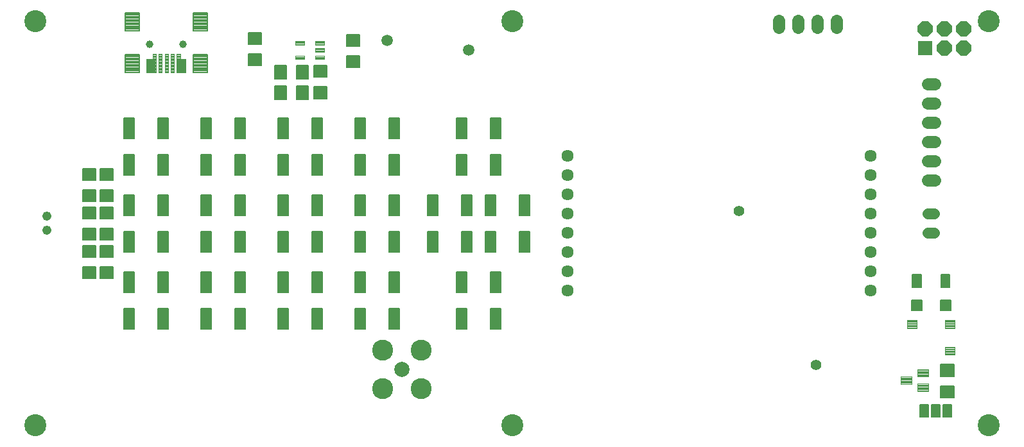
<source format=gts>
G75*
G70*
%OFA0B0*%
%FSLAX24Y24*%
%IPPOS*%
%LPD*%
%AMOC8*
5,1,8,0,0,1.08239X$1,22.5*
%
%ADD10C,0.1142*%
%ADD11R,0.0500X0.0750*%
%ADD12C,0.0790*%
%ADD13C,0.1090*%
%ADD14C,0.0552*%
%ADD15R,0.0780X0.0780*%
%ADD16OC8,0.0780*%
%ADD17C,0.0059*%
%ADD18C,0.0634*%
%ADD19C,0.0047*%
%ADD20C,0.0043*%
%ADD21C,0.0067*%
%ADD22C,0.0043*%
%ADD23C,0.0043*%
%ADD24C,0.0083*%
%ADD25C,0.0390*%
%ADD26C,0.0640*%
%ADD27C,0.0476*%
%ADD28C,0.0555*%
%ADD29C,0.0051*%
%ADD30C,0.0050*%
%ADD31C,0.0594*%
D10*
X001100Y001180D03*
X025850Y001180D03*
X050600Y001180D03*
X050600Y022180D03*
X025850Y022180D03*
X001100Y022180D03*
D11*
X007100Y019855D03*
X008700Y019855D03*
D12*
X020127Y004086D03*
D13*
X019124Y003082D03*
X021131Y003082D03*
X021131Y005090D03*
X019124Y005090D03*
D14*
X037644Y012337D03*
X041644Y004337D03*
D15*
X047293Y020774D03*
D16*
X048293Y020774D03*
X049293Y020774D03*
X049293Y021774D03*
X048293Y021774D03*
X047293Y021774D03*
D17*
X026220Y013171D02*
X026220Y012089D01*
X026220Y013171D02*
X026752Y013171D01*
X026752Y012089D01*
X026220Y012089D01*
X026220Y012147D02*
X026752Y012147D01*
X026752Y012205D02*
X026220Y012205D01*
X026220Y012263D02*
X026752Y012263D01*
X026752Y012321D02*
X026220Y012321D01*
X026220Y012379D02*
X026752Y012379D01*
X026752Y012437D02*
X026220Y012437D01*
X026220Y012495D02*
X026752Y012495D01*
X026752Y012553D02*
X026220Y012553D01*
X026220Y012611D02*
X026752Y012611D01*
X026752Y012669D02*
X026220Y012669D01*
X026220Y012727D02*
X026752Y012727D01*
X026752Y012785D02*
X026220Y012785D01*
X026220Y012843D02*
X026752Y012843D01*
X026752Y012901D02*
X026220Y012901D01*
X026220Y012959D02*
X026752Y012959D01*
X026752Y013017D02*
X026220Y013017D01*
X026220Y013075D02*
X026752Y013075D01*
X026752Y013133D02*
X026220Y013133D01*
X024448Y013171D02*
X024448Y012089D01*
X024448Y013171D02*
X024980Y013171D01*
X024980Y012089D01*
X024448Y012089D01*
X024448Y012147D02*
X024980Y012147D01*
X024980Y012205D02*
X024448Y012205D01*
X024448Y012263D02*
X024980Y012263D01*
X024980Y012321D02*
X024448Y012321D01*
X024448Y012379D02*
X024980Y012379D01*
X024980Y012437D02*
X024448Y012437D01*
X024448Y012495D02*
X024980Y012495D01*
X024980Y012553D02*
X024448Y012553D01*
X024448Y012611D02*
X024980Y012611D01*
X024980Y012669D02*
X024448Y012669D01*
X024448Y012727D02*
X024980Y012727D01*
X024980Y012785D02*
X024448Y012785D01*
X024448Y012843D02*
X024980Y012843D01*
X024980Y012901D02*
X024448Y012901D01*
X024448Y012959D02*
X024980Y012959D01*
X024980Y013017D02*
X024448Y013017D01*
X024448Y013075D02*
X024980Y013075D01*
X024980Y013133D02*
X024448Y013133D01*
X023220Y013171D02*
X023220Y012089D01*
X023220Y013171D02*
X023752Y013171D01*
X023752Y012089D01*
X023220Y012089D01*
X023220Y012147D02*
X023752Y012147D01*
X023752Y012205D02*
X023220Y012205D01*
X023220Y012263D02*
X023752Y012263D01*
X023752Y012321D02*
X023220Y012321D01*
X023220Y012379D02*
X023752Y012379D01*
X023752Y012437D02*
X023220Y012437D01*
X023220Y012495D02*
X023752Y012495D01*
X023752Y012553D02*
X023220Y012553D01*
X023220Y012611D02*
X023752Y012611D01*
X023752Y012669D02*
X023220Y012669D01*
X023220Y012727D02*
X023752Y012727D01*
X023752Y012785D02*
X023220Y012785D01*
X023220Y012843D02*
X023752Y012843D01*
X023752Y012901D02*
X023220Y012901D01*
X023220Y012959D02*
X023752Y012959D01*
X023752Y013017D02*
X023220Y013017D01*
X023220Y013075D02*
X023752Y013075D01*
X023752Y013133D02*
X023220Y013133D01*
X021448Y013171D02*
X021448Y012089D01*
X021448Y013171D02*
X021980Y013171D01*
X021980Y012089D01*
X021448Y012089D01*
X021448Y012147D02*
X021980Y012147D01*
X021980Y012205D02*
X021448Y012205D01*
X021448Y012263D02*
X021980Y012263D01*
X021980Y012321D02*
X021448Y012321D01*
X021448Y012379D02*
X021980Y012379D01*
X021980Y012437D02*
X021448Y012437D01*
X021448Y012495D02*
X021980Y012495D01*
X021980Y012553D02*
X021448Y012553D01*
X021448Y012611D02*
X021980Y012611D01*
X021980Y012669D02*
X021448Y012669D01*
X021448Y012727D02*
X021980Y012727D01*
X021980Y012785D02*
X021448Y012785D01*
X021448Y012843D02*
X021980Y012843D01*
X021980Y012901D02*
X021448Y012901D01*
X021448Y012959D02*
X021980Y012959D01*
X021980Y013017D02*
X021448Y013017D01*
X021448Y013075D02*
X021980Y013075D01*
X021980Y013133D02*
X021448Y013133D01*
X019470Y013171D02*
X019470Y012089D01*
X019470Y013171D02*
X020002Y013171D01*
X020002Y012089D01*
X019470Y012089D01*
X019470Y012147D02*
X020002Y012147D01*
X020002Y012205D02*
X019470Y012205D01*
X019470Y012263D02*
X020002Y012263D01*
X020002Y012321D02*
X019470Y012321D01*
X019470Y012379D02*
X020002Y012379D01*
X020002Y012437D02*
X019470Y012437D01*
X019470Y012495D02*
X020002Y012495D01*
X020002Y012553D02*
X019470Y012553D01*
X019470Y012611D02*
X020002Y012611D01*
X020002Y012669D02*
X019470Y012669D01*
X019470Y012727D02*
X020002Y012727D01*
X020002Y012785D02*
X019470Y012785D01*
X019470Y012843D02*
X020002Y012843D01*
X020002Y012901D02*
X019470Y012901D01*
X019470Y012959D02*
X020002Y012959D01*
X020002Y013017D02*
X019470Y013017D01*
X019470Y013075D02*
X020002Y013075D01*
X020002Y013133D02*
X019470Y013133D01*
X017698Y013171D02*
X017698Y012089D01*
X017698Y013171D02*
X018230Y013171D01*
X018230Y012089D01*
X017698Y012089D01*
X017698Y012147D02*
X018230Y012147D01*
X018230Y012205D02*
X017698Y012205D01*
X017698Y012263D02*
X018230Y012263D01*
X018230Y012321D02*
X017698Y012321D01*
X017698Y012379D02*
X018230Y012379D01*
X018230Y012437D02*
X017698Y012437D01*
X017698Y012495D02*
X018230Y012495D01*
X018230Y012553D02*
X017698Y012553D01*
X017698Y012611D02*
X018230Y012611D01*
X018230Y012669D02*
X017698Y012669D01*
X017698Y012727D02*
X018230Y012727D01*
X018230Y012785D02*
X017698Y012785D01*
X017698Y012843D02*
X018230Y012843D01*
X018230Y012901D02*
X017698Y012901D01*
X017698Y012959D02*
X018230Y012959D01*
X018230Y013017D02*
X017698Y013017D01*
X017698Y013075D02*
X018230Y013075D01*
X018230Y013133D02*
X017698Y013133D01*
X015470Y013171D02*
X015470Y012089D01*
X015470Y013171D02*
X016002Y013171D01*
X016002Y012089D01*
X015470Y012089D01*
X015470Y012147D02*
X016002Y012147D01*
X016002Y012205D02*
X015470Y012205D01*
X015470Y012263D02*
X016002Y012263D01*
X016002Y012321D02*
X015470Y012321D01*
X015470Y012379D02*
X016002Y012379D01*
X016002Y012437D02*
X015470Y012437D01*
X015470Y012495D02*
X016002Y012495D01*
X016002Y012553D02*
X015470Y012553D01*
X015470Y012611D02*
X016002Y012611D01*
X016002Y012669D02*
X015470Y012669D01*
X015470Y012727D02*
X016002Y012727D01*
X016002Y012785D02*
X015470Y012785D01*
X015470Y012843D02*
X016002Y012843D01*
X016002Y012901D02*
X015470Y012901D01*
X015470Y012959D02*
X016002Y012959D01*
X016002Y013017D02*
X015470Y013017D01*
X015470Y013075D02*
X016002Y013075D01*
X016002Y013133D02*
X015470Y013133D01*
X013698Y013171D02*
X013698Y012089D01*
X013698Y013171D02*
X014230Y013171D01*
X014230Y012089D01*
X013698Y012089D01*
X013698Y012147D02*
X014230Y012147D01*
X014230Y012205D02*
X013698Y012205D01*
X013698Y012263D02*
X014230Y012263D01*
X014230Y012321D02*
X013698Y012321D01*
X013698Y012379D02*
X014230Y012379D01*
X014230Y012437D02*
X013698Y012437D01*
X013698Y012495D02*
X014230Y012495D01*
X014230Y012553D02*
X013698Y012553D01*
X013698Y012611D02*
X014230Y012611D01*
X014230Y012669D02*
X013698Y012669D01*
X013698Y012727D02*
X014230Y012727D01*
X014230Y012785D02*
X013698Y012785D01*
X013698Y012843D02*
X014230Y012843D01*
X014230Y012901D02*
X013698Y012901D01*
X013698Y012959D02*
X014230Y012959D01*
X014230Y013017D02*
X013698Y013017D01*
X013698Y013075D02*
X014230Y013075D01*
X014230Y013133D02*
X013698Y013133D01*
X011470Y013171D02*
X011470Y012089D01*
X011470Y013171D02*
X012002Y013171D01*
X012002Y012089D01*
X011470Y012089D01*
X011470Y012147D02*
X012002Y012147D01*
X012002Y012205D02*
X011470Y012205D01*
X011470Y012263D02*
X012002Y012263D01*
X012002Y012321D02*
X011470Y012321D01*
X011470Y012379D02*
X012002Y012379D01*
X012002Y012437D02*
X011470Y012437D01*
X011470Y012495D02*
X012002Y012495D01*
X012002Y012553D02*
X011470Y012553D01*
X011470Y012611D02*
X012002Y012611D01*
X012002Y012669D02*
X011470Y012669D01*
X011470Y012727D02*
X012002Y012727D01*
X012002Y012785D02*
X011470Y012785D01*
X011470Y012843D02*
X012002Y012843D01*
X012002Y012901D02*
X011470Y012901D01*
X011470Y012959D02*
X012002Y012959D01*
X012002Y013017D02*
X011470Y013017D01*
X011470Y013075D02*
X012002Y013075D01*
X012002Y013133D02*
X011470Y013133D01*
X009698Y013171D02*
X009698Y012089D01*
X009698Y013171D02*
X010230Y013171D01*
X010230Y012089D01*
X009698Y012089D01*
X009698Y012147D02*
X010230Y012147D01*
X010230Y012205D02*
X009698Y012205D01*
X009698Y012263D02*
X010230Y012263D01*
X010230Y012321D02*
X009698Y012321D01*
X009698Y012379D02*
X010230Y012379D01*
X010230Y012437D02*
X009698Y012437D01*
X009698Y012495D02*
X010230Y012495D01*
X010230Y012553D02*
X009698Y012553D01*
X009698Y012611D02*
X010230Y012611D01*
X010230Y012669D02*
X009698Y012669D01*
X009698Y012727D02*
X010230Y012727D01*
X010230Y012785D02*
X009698Y012785D01*
X009698Y012843D02*
X010230Y012843D01*
X010230Y012901D02*
X009698Y012901D01*
X009698Y012959D02*
X010230Y012959D01*
X010230Y013017D02*
X009698Y013017D01*
X009698Y013075D02*
X010230Y013075D01*
X010230Y013133D02*
X009698Y013133D01*
X007470Y013171D02*
X007470Y012089D01*
X007470Y013171D02*
X008002Y013171D01*
X008002Y012089D01*
X007470Y012089D01*
X007470Y012147D02*
X008002Y012147D01*
X008002Y012205D02*
X007470Y012205D01*
X007470Y012263D02*
X008002Y012263D01*
X008002Y012321D02*
X007470Y012321D01*
X007470Y012379D02*
X008002Y012379D01*
X008002Y012437D02*
X007470Y012437D01*
X007470Y012495D02*
X008002Y012495D01*
X008002Y012553D02*
X007470Y012553D01*
X007470Y012611D02*
X008002Y012611D01*
X008002Y012669D02*
X007470Y012669D01*
X007470Y012727D02*
X008002Y012727D01*
X008002Y012785D02*
X007470Y012785D01*
X007470Y012843D02*
X008002Y012843D01*
X008002Y012901D02*
X007470Y012901D01*
X007470Y012959D02*
X008002Y012959D01*
X008002Y013017D02*
X007470Y013017D01*
X007470Y013075D02*
X008002Y013075D01*
X008002Y013133D02*
X007470Y013133D01*
X005698Y013171D02*
X005698Y012089D01*
X005698Y013171D02*
X006230Y013171D01*
X006230Y012089D01*
X005698Y012089D01*
X005698Y012147D02*
X006230Y012147D01*
X006230Y012205D02*
X005698Y012205D01*
X005698Y012263D02*
X006230Y012263D01*
X006230Y012321D02*
X005698Y012321D01*
X005698Y012379D02*
X006230Y012379D01*
X006230Y012437D02*
X005698Y012437D01*
X005698Y012495D02*
X006230Y012495D01*
X006230Y012553D02*
X005698Y012553D01*
X005698Y012611D02*
X006230Y012611D01*
X006230Y012669D02*
X005698Y012669D01*
X005698Y012727D02*
X006230Y012727D01*
X006230Y012785D02*
X005698Y012785D01*
X005698Y012843D02*
X006230Y012843D01*
X006230Y012901D02*
X005698Y012901D01*
X005698Y012959D02*
X006230Y012959D01*
X006230Y013017D02*
X005698Y013017D01*
X005698Y013075D02*
X006230Y013075D01*
X006230Y013133D02*
X005698Y013133D01*
X005698Y014189D02*
X005698Y015271D01*
X006230Y015271D01*
X006230Y014189D01*
X005698Y014189D01*
X005698Y014247D02*
X006230Y014247D01*
X006230Y014305D02*
X005698Y014305D01*
X005698Y014363D02*
X006230Y014363D01*
X006230Y014421D02*
X005698Y014421D01*
X005698Y014479D02*
X006230Y014479D01*
X006230Y014537D02*
X005698Y014537D01*
X005698Y014595D02*
X006230Y014595D01*
X006230Y014653D02*
X005698Y014653D01*
X005698Y014711D02*
X006230Y014711D01*
X006230Y014769D02*
X005698Y014769D01*
X005698Y014827D02*
X006230Y014827D01*
X006230Y014885D02*
X005698Y014885D01*
X005698Y014943D02*
X006230Y014943D01*
X006230Y015001D02*
X005698Y015001D01*
X005698Y015059D02*
X006230Y015059D01*
X006230Y015117D02*
X005698Y015117D01*
X005698Y015175D02*
X006230Y015175D01*
X006230Y015233D02*
X005698Y015233D01*
X007470Y015271D02*
X007470Y014189D01*
X007470Y015271D02*
X008002Y015271D01*
X008002Y014189D01*
X007470Y014189D01*
X007470Y014247D02*
X008002Y014247D01*
X008002Y014305D02*
X007470Y014305D01*
X007470Y014363D02*
X008002Y014363D01*
X008002Y014421D02*
X007470Y014421D01*
X007470Y014479D02*
X008002Y014479D01*
X008002Y014537D02*
X007470Y014537D01*
X007470Y014595D02*
X008002Y014595D01*
X008002Y014653D02*
X007470Y014653D01*
X007470Y014711D02*
X008002Y014711D01*
X008002Y014769D02*
X007470Y014769D01*
X007470Y014827D02*
X008002Y014827D01*
X008002Y014885D02*
X007470Y014885D01*
X007470Y014943D02*
X008002Y014943D01*
X008002Y015001D02*
X007470Y015001D01*
X007470Y015059D02*
X008002Y015059D01*
X008002Y015117D02*
X007470Y015117D01*
X007470Y015175D02*
X008002Y015175D01*
X008002Y015233D02*
X007470Y015233D01*
X009698Y015271D02*
X009698Y014189D01*
X009698Y015271D02*
X010230Y015271D01*
X010230Y014189D01*
X009698Y014189D01*
X009698Y014247D02*
X010230Y014247D01*
X010230Y014305D02*
X009698Y014305D01*
X009698Y014363D02*
X010230Y014363D01*
X010230Y014421D02*
X009698Y014421D01*
X009698Y014479D02*
X010230Y014479D01*
X010230Y014537D02*
X009698Y014537D01*
X009698Y014595D02*
X010230Y014595D01*
X010230Y014653D02*
X009698Y014653D01*
X009698Y014711D02*
X010230Y014711D01*
X010230Y014769D02*
X009698Y014769D01*
X009698Y014827D02*
X010230Y014827D01*
X010230Y014885D02*
X009698Y014885D01*
X009698Y014943D02*
X010230Y014943D01*
X010230Y015001D02*
X009698Y015001D01*
X009698Y015059D02*
X010230Y015059D01*
X010230Y015117D02*
X009698Y015117D01*
X009698Y015175D02*
X010230Y015175D01*
X010230Y015233D02*
X009698Y015233D01*
X011470Y015271D02*
X011470Y014189D01*
X011470Y015271D02*
X012002Y015271D01*
X012002Y014189D01*
X011470Y014189D01*
X011470Y014247D02*
X012002Y014247D01*
X012002Y014305D02*
X011470Y014305D01*
X011470Y014363D02*
X012002Y014363D01*
X012002Y014421D02*
X011470Y014421D01*
X011470Y014479D02*
X012002Y014479D01*
X012002Y014537D02*
X011470Y014537D01*
X011470Y014595D02*
X012002Y014595D01*
X012002Y014653D02*
X011470Y014653D01*
X011470Y014711D02*
X012002Y014711D01*
X012002Y014769D02*
X011470Y014769D01*
X011470Y014827D02*
X012002Y014827D01*
X012002Y014885D02*
X011470Y014885D01*
X011470Y014943D02*
X012002Y014943D01*
X012002Y015001D02*
X011470Y015001D01*
X011470Y015059D02*
X012002Y015059D01*
X012002Y015117D02*
X011470Y015117D01*
X011470Y015175D02*
X012002Y015175D01*
X012002Y015233D02*
X011470Y015233D01*
X013698Y015271D02*
X013698Y014189D01*
X013698Y015271D02*
X014230Y015271D01*
X014230Y014189D01*
X013698Y014189D01*
X013698Y014247D02*
X014230Y014247D01*
X014230Y014305D02*
X013698Y014305D01*
X013698Y014363D02*
X014230Y014363D01*
X014230Y014421D02*
X013698Y014421D01*
X013698Y014479D02*
X014230Y014479D01*
X014230Y014537D02*
X013698Y014537D01*
X013698Y014595D02*
X014230Y014595D01*
X014230Y014653D02*
X013698Y014653D01*
X013698Y014711D02*
X014230Y014711D01*
X014230Y014769D02*
X013698Y014769D01*
X013698Y014827D02*
X014230Y014827D01*
X014230Y014885D02*
X013698Y014885D01*
X013698Y014943D02*
X014230Y014943D01*
X014230Y015001D02*
X013698Y015001D01*
X013698Y015059D02*
X014230Y015059D01*
X014230Y015117D02*
X013698Y015117D01*
X013698Y015175D02*
X014230Y015175D01*
X014230Y015233D02*
X013698Y015233D01*
X015470Y015271D02*
X015470Y014189D01*
X015470Y015271D02*
X016002Y015271D01*
X016002Y014189D01*
X015470Y014189D01*
X015470Y014247D02*
X016002Y014247D01*
X016002Y014305D02*
X015470Y014305D01*
X015470Y014363D02*
X016002Y014363D01*
X016002Y014421D02*
X015470Y014421D01*
X015470Y014479D02*
X016002Y014479D01*
X016002Y014537D02*
X015470Y014537D01*
X015470Y014595D02*
X016002Y014595D01*
X016002Y014653D02*
X015470Y014653D01*
X015470Y014711D02*
X016002Y014711D01*
X016002Y014769D02*
X015470Y014769D01*
X015470Y014827D02*
X016002Y014827D01*
X016002Y014885D02*
X015470Y014885D01*
X015470Y014943D02*
X016002Y014943D01*
X016002Y015001D02*
X015470Y015001D01*
X015470Y015059D02*
X016002Y015059D01*
X016002Y015117D02*
X015470Y015117D01*
X015470Y015175D02*
X016002Y015175D01*
X016002Y015233D02*
X015470Y015233D01*
X017698Y015271D02*
X017698Y014189D01*
X017698Y015271D02*
X018230Y015271D01*
X018230Y014189D01*
X017698Y014189D01*
X017698Y014247D02*
X018230Y014247D01*
X018230Y014305D02*
X017698Y014305D01*
X017698Y014363D02*
X018230Y014363D01*
X018230Y014421D02*
X017698Y014421D01*
X017698Y014479D02*
X018230Y014479D01*
X018230Y014537D02*
X017698Y014537D01*
X017698Y014595D02*
X018230Y014595D01*
X018230Y014653D02*
X017698Y014653D01*
X017698Y014711D02*
X018230Y014711D01*
X018230Y014769D02*
X017698Y014769D01*
X017698Y014827D02*
X018230Y014827D01*
X018230Y014885D02*
X017698Y014885D01*
X017698Y014943D02*
X018230Y014943D01*
X018230Y015001D02*
X017698Y015001D01*
X017698Y015059D02*
X018230Y015059D01*
X018230Y015117D02*
X017698Y015117D01*
X017698Y015175D02*
X018230Y015175D01*
X018230Y015233D02*
X017698Y015233D01*
X019470Y015271D02*
X019470Y014189D01*
X019470Y015271D02*
X020002Y015271D01*
X020002Y014189D01*
X019470Y014189D01*
X019470Y014247D02*
X020002Y014247D01*
X020002Y014305D02*
X019470Y014305D01*
X019470Y014363D02*
X020002Y014363D01*
X020002Y014421D02*
X019470Y014421D01*
X019470Y014479D02*
X020002Y014479D01*
X020002Y014537D02*
X019470Y014537D01*
X019470Y014595D02*
X020002Y014595D01*
X020002Y014653D02*
X019470Y014653D01*
X019470Y014711D02*
X020002Y014711D01*
X020002Y014769D02*
X019470Y014769D01*
X019470Y014827D02*
X020002Y014827D01*
X020002Y014885D02*
X019470Y014885D01*
X019470Y014943D02*
X020002Y014943D01*
X020002Y015001D02*
X019470Y015001D01*
X019470Y015059D02*
X020002Y015059D01*
X020002Y015117D02*
X019470Y015117D01*
X019470Y015175D02*
X020002Y015175D01*
X020002Y015233D02*
X019470Y015233D01*
X019470Y016089D02*
X019470Y017171D01*
X020002Y017171D01*
X020002Y016089D01*
X019470Y016089D01*
X019470Y016147D02*
X020002Y016147D01*
X020002Y016205D02*
X019470Y016205D01*
X019470Y016263D02*
X020002Y016263D01*
X020002Y016321D02*
X019470Y016321D01*
X019470Y016379D02*
X020002Y016379D01*
X020002Y016437D02*
X019470Y016437D01*
X019470Y016495D02*
X020002Y016495D01*
X020002Y016553D02*
X019470Y016553D01*
X019470Y016611D02*
X020002Y016611D01*
X020002Y016669D02*
X019470Y016669D01*
X019470Y016727D02*
X020002Y016727D01*
X020002Y016785D02*
X019470Y016785D01*
X019470Y016843D02*
X020002Y016843D01*
X020002Y016901D02*
X019470Y016901D01*
X019470Y016959D02*
X020002Y016959D01*
X020002Y017017D02*
X019470Y017017D01*
X019470Y017075D02*
X020002Y017075D01*
X020002Y017133D02*
X019470Y017133D01*
X017698Y017171D02*
X017698Y016089D01*
X017698Y017171D02*
X018230Y017171D01*
X018230Y016089D01*
X017698Y016089D01*
X017698Y016147D02*
X018230Y016147D01*
X018230Y016205D02*
X017698Y016205D01*
X017698Y016263D02*
X018230Y016263D01*
X018230Y016321D02*
X017698Y016321D01*
X017698Y016379D02*
X018230Y016379D01*
X018230Y016437D02*
X017698Y016437D01*
X017698Y016495D02*
X018230Y016495D01*
X018230Y016553D02*
X017698Y016553D01*
X017698Y016611D02*
X018230Y016611D01*
X018230Y016669D02*
X017698Y016669D01*
X017698Y016727D02*
X018230Y016727D01*
X018230Y016785D02*
X017698Y016785D01*
X017698Y016843D02*
X018230Y016843D01*
X018230Y016901D02*
X017698Y016901D01*
X017698Y016959D02*
X018230Y016959D01*
X018230Y017017D02*
X017698Y017017D01*
X017698Y017075D02*
X018230Y017075D01*
X018230Y017133D02*
X017698Y017133D01*
X015470Y017171D02*
X015470Y016089D01*
X015470Y017171D02*
X016002Y017171D01*
X016002Y016089D01*
X015470Y016089D01*
X015470Y016147D02*
X016002Y016147D01*
X016002Y016205D02*
X015470Y016205D01*
X015470Y016263D02*
X016002Y016263D01*
X016002Y016321D02*
X015470Y016321D01*
X015470Y016379D02*
X016002Y016379D01*
X016002Y016437D02*
X015470Y016437D01*
X015470Y016495D02*
X016002Y016495D01*
X016002Y016553D02*
X015470Y016553D01*
X015470Y016611D02*
X016002Y016611D01*
X016002Y016669D02*
X015470Y016669D01*
X015470Y016727D02*
X016002Y016727D01*
X016002Y016785D02*
X015470Y016785D01*
X015470Y016843D02*
X016002Y016843D01*
X016002Y016901D02*
X015470Y016901D01*
X015470Y016959D02*
X016002Y016959D01*
X016002Y017017D02*
X015470Y017017D01*
X015470Y017075D02*
X016002Y017075D01*
X016002Y017133D02*
X015470Y017133D01*
X013698Y017171D02*
X013698Y016089D01*
X013698Y017171D02*
X014230Y017171D01*
X014230Y016089D01*
X013698Y016089D01*
X013698Y016147D02*
X014230Y016147D01*
X014230Y016205D02*
X013698Y016205D01*
X013698Y016263D02*
X014230Y016263D01*
X014230Y016321D02*
X013698Y016321D01*
X013698Y016379D02*
X014230Y016379D01*
X014230Y016437D02*
X013698Y016437D01*
X013698Y016495D02*
X014230Y016495D01*
X014230Y016553D02*
X013698Y016553D01*
X013698Y016611D02*
X014230Y016611D01*
X014230Y016669D02*
X013698Y016669D01*
X013698Y016727D02*
X014230Y016727D01*
X014230Y016785D02*
X013698Y016785D01*
X013698Y016843D02*
X014230Y016843D01*
X014230Y016901D02*
X013698Y016901D01*
X013698Y016959D02*
X014230Y016959D01*
X014230Y017017D02*
X013698Y017017D01*
X013698Y017075D02*
X014230Y017075D01*
X014230Y017133D02*
X013698Y017133D01*
X011470Y017171D02*
X011470Y016089D01*
X011470Y017171D02*
X012002Y017171D01*
X012002Y016089D01*
X011470Y016089D01*
X011470Y016147D02*
X012002Y016147D01*
X012002Y016205D02*
X011470Y016205D01*
X011470Y016263D02*
X012002Y016263D01*
X012002Y016321D02*
X011470Y016321D01*
X011470Y016379D02*
X012002Y016379D01*
X012002Y016437D02*
X011470Y016437D01*
X011470Y016495D02*
X012002Y016495D01*
X012002Y016553D02*
X011470Y016553D01*
X011470Y016611D02*
X012002Y016611D01*
X012002Y016669D02*
X011470Y016669D01*
X011470Y016727D02*
X012002Y016727D01*
X012002Y016785D02*
X011470Y016785D01*
X011470Y016843D02*
X012002Y016843D01*
X012002Y016901D02*
X011470Y016901D01*
X011470Y016959D02*
X012002Y016959D01*
X012002Y017017D02*
X011470Y017017D01*
X011470Y017075D02*
X012002Y017075D01*
X012002Y017133D02*
X011470Y017133D01*
X009698Y017171D02*
X009698Y016089D01*
X009698Y017171D02*
X010230Y017171D01*
X010230Y016089D01*
X009698Y016089D01*
X009698Y016147D02*
X010230Y016147D01*
X010230Y016205D02*
X009698Y016205D01*
X009698Y016263D02*
X010230Y016263D01*
X010230Y016321D02*
X009698Y016321D01*
X009698Y016379D02*
X010230Y016379D01*
X010230Y016437D02*
X009698Y016437D01*
X009698Y016495D02*
X010230Y016495D01*
X010230Y016553D02*
X009698Y016553D01*
X009698Y016611D02*
X010230Y016611D01*
X010230Y016669D02*
X009698Y016669D01*
X009698Y016727D02*
X010230Y016727D01*
X010230Y016785D02*
X009698Y016785D01*
X009698Y016843D02*
X010230Y016843D01*
X010230Y016901D02*
X009698Y016901D01*
X009698Y016959D02*
X010230Y016959D01*
X010230Y017017D02*
X009698Y017017D01*
X009698Y017075D02*
X010230Y017075D01*
X010230Y017133D02*
X009698Y017133D01*
X007470Y017171D02*
X007470Y016089D01*
X007470Y017171D02*
X008002Y017171D01*
X008002Y016089D01*
X007470Y016089D01*
X007470Y016147D02*
X008002Y016147D01*
X008002Y016205D02*
X007470Y016205D01*
X007470Y016263D02*
X008002Y016263D01*
X008002Y016321D02*
X007470Y016321D01*
X007470Y016379D02*
X008002Y016379D01*
X008002Y016437D02*
X007470Y016437D01*
X007470Y016495D02*
X008002Y016495D01*
X008002Y016553D02*
X007470Y016553D01*
X007470Y016611D02*
X008002Y016611D01*
X008002Y016669D02*
X007470Y016669D01*
X007470Y016727D02*
X008002Y016727D01*
X008002Y016785D02*
X007470Y016785D01*
X007470Y016843D02*
X008002Y016843D01*
X008002Y016901D02*
X007470Y016901D01*
X007470Y016959D02*
X008002Y016959D01*
X008002Y017017D02*
X007470Y017017D01*
X007470Y017075D02*
X008002Y017075D01*
X008002Y017133D02*
X007470Y017133D01*
X005698Y017171D02*
X005698Y016089D01*
X005698Y017171D02*
X006230Y017171D01*
X006230Y016089D01*
X005698Y016089D01*
X005698Y016147D02*
X006230Y016147D01*
X006230Y016205D02*
X005698Y016205D01*
X005698Y016263D02*
X006230Y016263D01*
X006230Y016321D02*
X005698Y016321D01*
X005698Y016379D02*
X006230Y016379D01*
X006230Y016437D02*
X005698Y016437D01*
X005698Y016495D02*
X006230Y016495D01*
X006230Y016553D02*
X005698Y016553D01*
X005698Y016611D02*
X006230Y016611D01*
X006230Y016669D02*
X005698Y016669D01*
X005698Y016727D02*
X006230Y016727D01*
X006230Y016785D02*
X005698Y016785D01*
X005698Y016843D02*
X006230Y016843D01*
X006230Y016901D02*
X005698Y016901D01*
X005698Y016959D02*
X006230Y016959D01*
X006230Y017017D02*
X005698Y017017D01*
X005698Y017075D02*
X006230Y017075D01*
X006230Y017133D02*
X005698Y017133D01*
X005698Y011271D02*
X005698Y010189D01*
X005698Y011271D02*
X006230Y011271D01*
X006230Y010189D01*
X005698Y010189D01*
X005698Y010247D02*
X006230Y010247D01*
X006230Y010305D02*
X005698Y010305D01*
X005698Y010363D02*
X006230Y010363D01*
X006230Y010421D02*
X005698Y010421D01*
X005698Y010479D02*
X006230Y010479D01*
X006230Y010537D02*
X005698Y010537D01*
X005698Y010595D02*
X006230Y010595D01*
X006230Y010653D02*
X005698Y010653D01*
X005698Y010711D02*
X006230Y010711D01*
X006230Y010769D02*
X005698Y010769D01*
X005698Y010827D02*
X006230Y010827D01*
X006230Y010885D02*
X005698Y010885D01*
X005698Y010943D02*
X006230Y010943D01*
X006230Y011001D02*
X005698Y011001D01*
X005698Y011059D02*
X006230Y011059D01*
X006230Y011117D02*
X005698Y011117D01*
X005698Y011175D02*
X006230Y011175D01*
X006230Y011233D02*
X005698Y011233D01*
X007470Y011271D02*
X007470Y010189D01*
X007470Y011271D02*
X008002Y011271D01*
X008002Y010189D01*
X007470Y010189D01*
X007470Y010247D02*
X008002Y010247D01*
X008002Y010305D02*
X007470Y010305D01*
X007470Y010363D02*
X008002Y010363D01*
X008002Y010421D02*
X007470Y010421D01*
X007470Y010479D02*
X008002Y010479D01*
X008002Y010537D02*
X007470Y010537D01*
X007470Y010595D02*
X008002Y010595D01*
X008002Y010653D02*
X007470Y010653D01*
X007470Y010711D02*
X008002Y010711D01*
X008002Y010769D02*
X007470Y010769D01*
X007470Y010827D02*
X008002Y010827D01*
X008002Y010885D02*
X007470Y010885D01*
X007470Y010943D02*
X008002Y010943D01*
X008002Y011001D02*
X007470Y011001D01*
X007470Y011059D02*
X008002Y011059D01*
X008002Y011117D02*
X007470Y011117D01*
X007470Y011175D02*
X008002Y011175D01*
X008002Y011233D02*
X007470Y011233D01*
X009698Y011271D02*
X009698Y010189D01*
X009698Y011271D02*
X010230Y011271D01*
X010230Y010189D01*
X009698Y010189D01*
X009698Y010247D02*
X010230Y010247D01*
X010230Y010305D02*
X009698Y010305D01*
X009698Y010363D02*
X010230Y010363D01*
X010230Y010421D02*
X009698Y010421D01*
X009698Y010479D02*
X010230Y010479D01*
X010230Y010537D02*
X009698Y010537D01*
X009698Y010595D02*
X010230Y010595D01*
X010230Y010653D02*
X009698Y010653D01*
X009698Y010711D02*
X010230Y010711D01*
X010230Y010769D02*
X009698Y010769D01*
X009698Y010827D02*
X010230Y010827D01*
X010230Y010885D02*
X009698Y010885D01*
X009698Y010943D02*
X010230Y010943D01*
X010230Y011001D02*
X009698Y011001D01*
X009698Y011059D02*
X010230Y011059D01*
X010230Y011117D02*
X009698Y011117D01*
X009698Y011175D02*
X010230Y011175D01*
X010230Y011233D02*
X009698Y011233D01*
X011470Y011271D02*
X011470Y010189D01*
X011470Y011271D02*
X012002Y011271D01*
X012002Y010189D01*
X011470Y010189D01*
X011470Y010247D02*
X012002Y010247D01*
X012002Y010305D02*
X011470Y010305D01*
X011470Y010363D02*
X012002Y010363D01*
X012002Y010421D02*
X011470Y010421D01*
X011470Y010479D02*
X012002Y010479D01*
X012002Y010537D02*
X011470Y010537D01*
X011470Y010595D02*
X012002Y010595D01*
X012002Y010653D02*
X011470Y010653D01*
X011470Y010711D02*
X012002Y010711D01*
X012002Y010769D02*
X011470Y010769D01*
X011470Y010827D02*
X012002Y010827D01*
X012002Y010885D02*
X011470Y010885D01*
X011470Y010943D02*
X012002Y010943D01*
X012002Y011001D02*
X011470Y011001D01*
X011470Y011059D02*
X012002Y011059D01*
X012002Y011117D02*
X011470Y011117D01*
X011470Y011175D02*
X012002Y011175D01*
X012002Y011233D02*
X011470Y011233D01*
X013698Y011271D02*
X013698Y010189D01*
X013698Y011271D02*
X014230Y011271D01*
X014230Y010189D01*
X013698Y010189D01*
X013698Y010247D02*
X014230Y010247D01*
X014230Y010305D02*
X013698Y010305D01*
X013698Y010363D02*
X014230Y010363D01*
X014230Y010421D02*
X013698Y010421D01*
X013698Y010479D02*
X014230Y010479D01*
X014230Y010537D02*
X013698Y010537D01*
X013698Y010595D02*
X014230Y010595D01*
X014230Y010653D02*
X013698Y010653D01*
X013698Y010711D02*
X014230Y010711D01*
X014230Y010769D02*
X013698Y010769D01*
X013698Y010827D02*
X014230Y010827D01*
X014230Y010885D02*
X013698Y010885D01*
X013698Y010943D02*
X014230Y010943D01*
X014230Y011001D02*
X013698Y011001D01*
X013698Y011059D02*
X014230Y011059D01*
X014230Y011117D02*
X013698Y011117D01*
X013698Y011175D02*
X014230Y011175D01*
X014230Y011233D02*
X013698Y011233D01*
X015470Y011271D02*
X015470Y010189D01*
X015470Y011271D02*
X016002Y011271D01*
X016002Y010189D01*
X015470Y010189D01*
X015470Y010247D02*
X016002Y010247D01*
X016002Y010305D02*
X015470Y010305D01*
X015470Y010363D02*
X016002Y010363D01*
X016002Y010421D02*
X015470Y010421D01*
X015470Y010479D02*
X016002Y010479D01*
X016002Y010537D02*
X015470Y010537D01*
X015470Y010595D02*
X016002Y010595D01*
X016002Y010653D02*
X015470Y010653D01*
X015470Y010711D02*
X016002Y010711D01*
X016002Y010769D02*
X015470Y010769D01*
X015470Y010827D02*
X016002Y010827D01*
X016002Y010885D02*
X015470Y010885D01*
X015470Y010943D02*
X016002Y010943D01*
X016002Y011001D02*
X015470Y011001D01*
X015470Y011059D02*
X016002Y011059D01*
X016002Y011117D02*
X015470Y011117D01*
X015470Y011175D02*
X016002Y011175D01*
X016002Y011233D02*
X015470Y011233D01*
X017698Y011271D02*
X017698Y010189D01*
X017698Y011271D02*
X018230Y011271D01*
X018230Y010189D01*
X017698Y010189D01*
X017698Y010247D02*
X018230Y010247D01*
X018230Y010305D02*
X017698Y010305D01*
X017698Y010363D02*
X018230Y010363D01*
X018230Y010421D02*
X017698Y010421D01*
X017698Y010479D02*
X018230Y010479D01*
X018230Y010537D02*
X017698Y010537D01*
X017698Y010595D02*
X018230Y010595D01*
X018230Y010653D02*
X017698Y010653D01*
X017698Y010711D02*
X018230Y010711D01*
X018230Y010769D02*
X017698Y010769D01*
X017698Y010827D02*
X018230Y010827D01*
X018230Y010885D02*
X017698Y010885D01*
X017698Y010943D02*
X018230Y010943D01*
X018230Y011001D02*
X017698Y011001D01*
X017698Y011059D02*
X018230Y011059D01*
X018230Y011117D02*
X017698Y011117D01*
X017698Y011175D02*
X018230Y011175D01*
X018230Y011233D02*
X017698Y011233D01*
X019470Y011271D02*
X019470Y010189D01*
X019470Y011271D02*
X020002Y011271D01*
X020002Y010189D01*
X019470Y010189D01*
X019470Y010247D02*
X020002Y010247D01*
X020002Y010305D02*
X019470Y010305D01*
X019470Y010363D02*
X020002Y010363D01*
X020002Y010421D02*
X019470Y010421D01*
X019470Y010479D02*
X020002Y010479D01*
X020002Y010537D02*
X019470Y010537D01*
X019470Y010595D02*
X020002Y010595D01*
X020002Y010653D02*
X019470Y010653D01*
X019470Y010711D02*
X020002Y010711D01*
X020002Y010769D02*
X019470Y010769D01*
X019470Y010827D02*
X020002Y010827D01*
X020002Y010885D02*
X019470Y010885D01*
X019470Y010943D02*
X020002Y010943D01*
X020002Y011001D02*
X019470Y011001D01*
X019470Y011059D02*
X020002Y011059D01*
X020002Y011117D02*
X019470Y011117D01*
X019470Y011175D02*
X020002Y011175D01*
X020002Y011233D02*
X019470Y011233D01*
X021448Y011271D02*
X021448Y010189D01*
X021448Y011271D02*
X021980Y011271D01*
X021980Y010189D01*
X021448Y010189D01*
X021448Y010247D02*
X021980Y010247D01*
X021980Y010305D02*
X021448Y010305D01*
X021448Y010363D02*
X021980Y010363D01*
X021980Y010421D02*
X021448Y010421D01*
X021448Y010479D02*
X021980Y010479D01*
X021980Y010537D02*
X021448Y010537D01*
X021448Y010595D02*
X021980Y010595D01*
X021980Y010653D02*
X021448Y010653D01*
X021448Y010711D02*
X021980Y010711D01*
X021980Y010769D02*
X021448Y010769D01*
X021448Y010827D02*
X021980Y010827D01*
X021980Y010885D02*
X021448Y010885D01*
X021448Y010943D02*
X021980Y010943D01*
X021980Y011001D02*
X021448Y011001D01*
X021448Y011059D02*
X021980Y011059D01*
X021980Y011117D02*
X021448Y011117D01*
X021448Y011175D02*
X021980Y011175D01*
X021980Y011233D02*
X021448Y011233D01*
X023220Y011271D02*
X023220Y010189D01*
X023220Y011271D02*
X023752Y011271D01*
X023752Y010189D01*
X023220Y010189D01*
X023220Y010247D02*
X023752Y010247D01*
X023752Y010305D02*
X023220Y010305D01*
X023220Y010363D02*
X023752Y010363D01*
X023752Y010421D02*
X023220Y010421D01*
X023220Y010479D02*
X023752Y010479D01*
X023752Y010537D02*
X023220Y010537D01*
X023220Y010595D02*
X023752Y010595D01*
X023752Y010653D02*
X023220Y010653D01*
X023220Y010711D02*
X023752Y010711D01*
X023752Y010769D02*
X023220Y010769D01*
X023220Y010827D02*
X023752Y010827D01*
X023752Y010885D02*
X023220Y010885D01*
X023220Y010943D02*
X023752Y010943D01*
X023752Y011001D02*
X023220Y011001D01*
X023220Y011059D02*
X023752Y011059D01*
X023752Y011117D02*
X023220Y011117D01*
X023220Y011175D02*
X023752Y011175D01*
X023752Y011233D02*
X023220Y011233D01*
X024448Y011271D02*
X024448Y010189D01*
X024448Y011271D02*
X024980Y011271D01*
X024980Y010189D01*
X024448Y010189D01*
X024448Y010247D02*
X024980Y010247D01*
X024980Y010305D02*
X024448Y010305D01*
X024448Y010363D02*
X024980Y010363D01*
X024980Y010421D02*
X024448Y010421D01*
X024448Y010479D02*
X024980Y010479D01*
X024980Y010537D02*
X024448Y010537D01*
X024448Y010595D02*
X024980Y010595D01*
X024980Y010653D02*
X024448Y010653D01*
X024448Y010711D02*
X024980Y010711D01*
X024980Y010769D02*
X024448Y010769D01*
X024448Y010827D02*
X024980Y010827D01*
X024980Y010885D02*
X024448Y010885D01*
X024448Y010943D02*
X024980Y010943D01*
X024980Y011001D02*
X024448Y011001D01*
X024448Y011059D02*
X024980Y011059D01*
X024980Y011117D02*
X024448Y011117D01*
X024448Y011175D02*
X024980Y011175D01*
X024980Y011233D02*
X024448Y011233D01*
X026220Y011271D02*
X026220Y010189D01*
X026220Y011271D02*
X026752Y011271D01*
X026752Y010189D01*
X026220Y010189D01*
X026220Y010247D02*
X026752Y010247D01*
X026752Y010305D02*
X026220Y010305D01*
X026220Y010363D02*
X026752Y010363D01*
X026752Y010421D02*
X026220Y010421D01*
X026220Y010479D02*
X026752Y010479D01*
X026752Y010537D02*
X026220Y010537D01*
X026220Y010595D02*
X026752Y010595D01*
X026752Y010653D02*
X026220Y010653D01*
X026220Y010711D02*
X026752Y010711D01*
X026752Y010769D02*
X026220Y010769D01*
X026220Y010827D02*
X026752Y010827D01*
X026752Y010885D02*
X026220Y010885D01*
X026220Y010943D02*
X026752Y010943D01*
X026752Y011001D02*
X026220Y011001D01*
X026220Y011059D02*
X026752Y011059D01*
X026752Y011117D02*
X026220Y011117D01*
X026220Y011175D02*
X026752Y011175D01*
X026752Y011233D02*
X026220Y011233D01*
X024720Y009171D02*
X024720Y008089D01*
X024720Y009171D02*
X025252Y009171D01*
X025252Y008089D01*
X024720Y008089D01*
X024720Y008147D02*
X025252Y008147D01*
X025252Y008205D02*
X024720Y008205D01*
X024720Y008263D02*
X025252Y008263D01*
X025252Y008321D02*
X024720Y008321D01*
X024720Y008379D02*
X025252Y008379D01*
X025252Y008437D02*
X024720Y008437D01*
X024720Y008495D02*
X025252Y008495D01*
X025252Y008553D02*
X024720Y008553D01*
X024720Y008611D02*
X025252Y008611D01*
X025252Y008669D02*
X024720Y008669D01*
X024720Y008727D02*
X025252Y008727D01*
X025252Y008785D02*
X024720Y008785D01*
X024720Y008843D02*
X025252Y008843D01*
X025252Y008901D02*
X024720Y008901D01*
X024720Y008959D02*
X025252Y008959D01*
X025252Y009017D02*
X024720Y009017D01*
X024720Y009075D02*
X025252Y009075D01*
X025252Y009133D02*
X024720Y009133D01*
X022948Y009171D02*
X022948Y008089D01*
X022948Y009171D02*
X023480Y009171D01*
X023480Y008089D01*
X022948Y008089D01*
X022948Y008147D02*
X023480Y008147D01*
X023480Y008205D02*
X022948Y008205D01*
X022948Y008263D02*
X023480Y008263D01*
X023480Y008321D02*
X022948Y008321D01*
X022948Y008379D02*
X023480Y008379D01*
X023480Y008437D02*
X022948Y008437D01*
X022948Y008495D02*
X023480Y008495D01*
X023480Y008553D02*
X022948Y008553D01*
X022948Y008611D02*
X023480Y008611D01*
X023480Y008669D02*
X022948Y008669D01*
X022948Y008727D02*
X023480Y008727D01*
X023480Y008785D02*
X022948Y008785D01*
X022948Y008843D02*
X023480Y008843D01*
X023480Y008901D02*
X022948Y008901D01*
X022948Y008959D02*
X023480Y008959D01*
X023480Y009017D02*
X022948Y009017D01*
X022948Y009075D02*
X023480Y009075D01*
X023480Y009133D02*
X022948Y009133D01*
X019470Y009171D02*
X019470Y008089D01*
X019470Y009171D02*
X020002Y009171D01*
X020002Y008089D01*
X019470Y008089D01*
X019470Y008147D02*
X020002Y008147D01*
X020002Y008205D02*
X019470Y008205D01*
X019470Y008263D02*
X020002Y008263D01*
X020002Y008321D02*
X019470Y008321D01*
X019470Y008379D02*
X020002Y008379D01*
X020002Y008437D02*
X019470Y008437D01*
X019470Y008495D02*
X020002Y008495D01*
X020002Y008553D02*
X019470Y008553D01*
X019470Y008611D02*
X020002Y008611D01*
X020002Y008669D02*
X019470Y008669D01*
X019470Y008727D02*
X020002Y008727D01*
X020002Y008785D02*
X019470Y008785D01*
X019470Y008843D02*
X020002Y008843D01*
X020002Y008901D02*
X019470Y008901D01*
X019470Y008959D02*
X020002Y008959D01*
X020002Y009017D02*
X019470Y009017D01*
X019470Y009075D02*
X020002Y009075D01*
X020002Y009133D02*
X019470Y009133D01*
X017698Y009171D02*
X017698Y008089D01*
X017698Y009171D02*
X018230Y009171D01*
X018230Y008089D01*
X017698Y008089D01*
X017698Y008147D02*
X018230Y008147D01*
X018230Y008205D02*
X017698Y008205D01*
X017698Y008263D02*
X018230Y008263D01*
X018230Y008321D02*
X017698Y008321D01*
X017698Y008379D02*
X018230Y008379D01*
X018230Y008437D02*
X017698Y008437D01*
X017698Y008495D02*
X018230Y008495D01*
X018230Y008553D02*
X017698Y008553D01*
X017698Y008611D02*
X018230Y008611D01*
X018230Y008669D02*
X017698Y008669D01*
X017698Y008727D02*
X018230Y008727D01*
X018230Y008785D02*
X017698Y008785D01*
X017698Y008843D02*
X018230Y008843D01*
X018230Y008901D02*
X017698Y008901D01*
X017698Y008959D02*
X018230Y008959D01*
X018230Y009017D02*
X017698Y009017D01*
X017698Y009075D02*
X018230Y009075D01*
X018230Y009133D02*
X017698Y009133D01*
X015470Y009171D02*
X015470Y008089D01*
X015470Y009171D02*
X016002Y009171D01*
X016002Y008089D01*
X015470Y008089D01*
X015470Y008147D02*
X016002Y008147D01*
X016002Y008205D02*
X015470Y008205D01*
X015470Y008263D02*
X016002Y008263D01*
X016002Y008321D02*
X015470Y008321D01*
X015470Y008379D02*
X016002Y008379D01*
X016002Y008437D02*
X015470Y008437D01*
X015470Y008495D02*
X016002Y008495D01*
X016002Y008553D02*
X015470Y008553D01*
X015470Y008611D02*
X016002Y008611D01*
X016002Y008669D02*
X015470Y008669D01*
X015470Y008727D02*
X016002Y008727D01*
X016002Y008785D02*
X015470Y008785D01*
X015470Y008843D02*
X016002Y008843D01*
X016002Y008901D02*
X015470Y008901D01*
X015470Y008959D02*
X016002Y008959D01*
X016002Y009017D02*
X015470Y009017D01*
X015470Y009075D02*
X016002Y009075D01*
X016002Y009133D02*
X015470Y009133D01*
X013698Y009171D02*
X013698Y008089D01*
X013698Y009171D02*
X014230Y009171D01*
X014230Y008089D01*
X013698Y008089D01*
X013698Y008147D02*
X014230Y008147D01*
X014230Y008205D02*
X013698Y008205D01*
X013698Y008263D02*
X014230Y008263D01*
X014230Y008321D02*
X013698Y008321D01*
X013698Y008379D02*
X014230Y008379D01*
X014230Y008437D02*
X013698Y008437D01*
X013698Y008495D02*
X014230Y008495D01*
X014230Y008553D02*
X013698Y008553D01*
X013698Y008611D02*
X014230Y008611D01*
X014230Y008669D02*
X013698Y008669D01*
X013698Y008727D02*
X014230Y008727D01*
X014230Y008785D02*
X013698Y008785D01*
X013698Y008843D02*
X014230Y008843D01*
X014230Y008901D02*
X013698Y008901D01*
X013698Y008959D02*
X014230Y008959D01*
X014230Y009017D02*
X013698Y009017D01*
X013698Y009075D02*
X014230Y009075D01*
X014230Y009133D02*
X013698Y009133D01*
X011470Y009171D02*
X011470Y008089D01*
X011470Y009171D02*
X012002Y009171D01*
X012002Y008089D01*
X011470Y008089D01*
X011470Y008147D02*
X012002Y008147D01*
X012002Y008205D02*
X011470Y008205D01*
X011470Y008263D02*
X012002Y008263D01*
X012002Y008321D02*
X011470Y008321D01*
X011470Y008379D02*
X012002Y008379D01*
X012002Y008437D02*
X011470Y008437D01*
X011470Y008495D02*
X012002Y008495D01*
X012002Y008553D02*
X011470Y008553D01*
X011470Y008611D02*
X012002Y008611D01*
X012002Y008669D02*
X011470Y008669D01*
X011470Y008727D02*
X012002Y008727D01*
X012002Y008785D02*
X011470Y008785D01*
X011470Y008843D02*
X012002Y008843D01*
X012002Y008901D02*
X011470Y008901D01*
X011470Y008959D02*
X012002Y008959D01*
X012002Y009017D02*
X011470Y009017D01*
X011470Y009075D02*
X012002Y009075D01*
X012002Y009133D02*
X011470Y009133D01*
X009698Y009171D02*
X009698Y008089D01*
X009698Y009171D02*
X010230Y009171D01*
X010230Y008089D01*
X009698Y008089D01*
X009698Y008147D02*
X010230Y008147D01*
X010230Y008205D02*
X009698Y008205D01*
X009698Y008263D02*
X010230Y008263D01*
X010230Y008321D02*
X009698Y008321D01*
X009698Y008379D02*
X010230Y008379D01*
X010230Y008437D02*
X009698Y008437D01*
X009698Y008495D02*
X010230Y008495D01*
X010230Y008553D02*
X009698Y008553D01*
X009698Y008611D02*
X010230Y008611D01*
X010230Y008669D02*
X009698Y008669D01*
X009698Y008727D02*
X010230Y008727D01*
X010230Y008785D02*
X009698Y008785D01*
X009698Y008843D02*
X010230Y008843D01*
X010230Y008901D02*
X009698Y008901D01*
X009698Y008959D02*
X010230Y008959D01*
X010230Y009017D02*
X009698Y009017D01*
X009698Y009075D02*
X010230Y009075D01*
X010230Y009133D02*
X009698Y009133D01*
X007470Y009171D02*
X007470Y008089D01*
X007470Y009171D02*
X008002Y009171D01*
X008002Y008089D01*
X007470Y008089D01*
X007470Y008147D02*
X008002Y008147D01*
X008002Y008205D02*
X007470Y008205D01*
X007470Y008263D02*
X008002Y008263D01*
X008002Y008321D02*
X007470Y008321D01*
X007470Y008379D02*
X008002Y008379D01*
X008002Y008437D02*
X007470Y008437D01*
X007470Y008495D02*
X008002Y008495D01*
X008002Y008553D02*
X007470Y008553D01*
X007470Y008611D02*
X008002Y008611D01*
X008002Y008669D02*
X007470Y008669D01*
X007470Y008727D02*
X008002Y008727D01*
X008002Y008785D02*
X007470Y008785D01*
X007470Y008843D02*
X008002Y008843D01*
X008002Y008901D02*
X007470Y008901D01*
X007470Y008959D02*
X008002Y008959D01*
X008002Y009017D02*
X007470Y009017D01*
X007470Y009075D02*
X008002Y009075D01*
X008002Y009133D02*
X007470Y009133D01*
X005698Y009171D02*
X005698Y008089D01*
X005698Y009171D02*
X006230Y009171D01*
X006230Y008089D01*
X005698Y008089D01*
X005698Y008147D02*
X006230Y008147D01*
X006230Y008205D02*
X005698Y008205D01*
X005698Y008263D02*
X006230Y008263D01*
X006230Y008321D02*
X005698Y008321D01*
X005698Y008379D02*
X006230Y008379D01*
X006230Y008437D02*
X005698Y008437D01*
X005698Y008495D02*
X006230Y008495D01*
X006230Y008553D02*
X005698Y008553D01*
X005698Y008611D02*
X006230Y008611D01*
X006230Y008669D02*
X005698Y008669D01*
X005698Y008727D02*
X006230Y008727D01*
X006230Y008785D02*
X005698Y008785D01*
X005698Y008843D02*
X006230Y008843D01*
X006230Y008901D02*
X005698Y008901D01*
X005698Y008959D02*
X006230Y008959D01*
X006230Y009017D02*
X005698Y009017D01*
X005698Y009075D02*
X006230Y009075D01*
X006230Y009133D02*
X005698Y009133D01*
X005698Y007271D02*
X005698Y006189D01*
X005698Y007271D02*
X006230Y007271D01*
X006230Y006189D01*
X005698Y006189D01*
X005698Y006247D02*
X006230Y006247D01*
X006230Y006305D02*
X005698Y006305D01*
X005698Y006363D02*
X006230Y006363D01*
X006230Y006421D02*
X005698Y006421D01*
X005698Y006479D02*
X006230Y006479D01*
X006230Y006537D02*
X005698Y006537D01*
X005698Y006595D02*
X006230Y006595D01*
X006230Y006653D02*
X005698Y006653D01*
X005698Y006711D02*
X006230Y006711D01*
X006230Y006769D02*
X005698Y006769D01*
X005698Y006827D02*
X006230Y006827D01*
X006230Y006885D02*
X005698Y006885D01*
X005698Y006943D02*
X006230Y006943D01*
X006230Y007001D02*
X005698Y007001D01*
X005698Y007059D02*
X006230Y007059D01*
X006230Y007117D02*
X005698Y007117D01*
X005698Y007175D02*
X006230Y007175D01*
X006230Y007233D02*
X005698Y007233D01*
X007470Y007271D02*
X007470Y006189D01*
X007470Y007271D02*
X008002Y007271D01*
X008002Y006189D01*
X007470Y006189D01*
X007470Y006247D02*
X008002Y006247D01*
X008002Y006305D02*
X007470Y006305D01*
X007470Y006363D02*
X008002Y006363D01*
X008002Y006421D02*
X007470Y006421D01*
X007470Y006479D02*
X008002Y006479D01*
X008002Y006537D02*
X007470Y006537D01*
X007470Y006595D02*
X008002Y006595D01*
X008002Y006653D02*
X007470Y006653D01*
X007470Y006711D02*
X008002Y006711D01*
X008002Y006769D02*
X007470Y006769D01*
X007470Y006827D02*
X008002Y006827D01*
X008002Y006885D02*
X007470Y006885D01*
X007470Y006943D02*
X008002Y006943D01*
X008002Y007001D02*
X007470Y007001D01*
X007470Y007059D02*
X008002Y007059D01*
X008002Y007117D02*
X007470Y007117D01*
X007470Y007175D02*
X008002Y007175D01*
X008002Y007233D02*
X007470Y007233D01*
X009698Y007271D02*
X009698Y006189D01*
X009698Y007271D02*
X010230Y007271D01*
X010230Y006189D01*
X009698Y006189D01*
X009698Y006247D02*
X010230Y006247D01*
X010230Y006305D02*
X009698Y006305D01*
X009698Y006363D02*
X010230Y006363D01*
X010230Y006421D02*
X009698Y006421D01*
X009698Y006479D02*
X010230Y006479D01*
X010230Y006537D02*
X009698Y006537D01*
X009698Y006595D02*
X010230Y006595D01*
X010230Y006653D02*
X009698Y006653D01*
X009698Y006711D02*
X010230Y006711D01*
X010230Y006769D02*
X009698Y006769D01*
X009698Y006827D02*
X010230Y006827D01*
X010230Y006885D02*
X009698Y006885D01*
X009698Y006943D02*
X010230Y006943D01*
X010230Y007001D02*
X009698Y007001D01*
X009698Y007059D02*
X010230Y007059D01*
X010230Y007117D02*
X009698Y007117D01*
X009698Y007175D02*
X010230Y007175D01*
X010230Y007233D02*
X009698Y007233D01*
X011470Y007271D02*
X011470Y006189D01*
X011470Y007271D02*
X012002Y007271D01*
X012002Y006189D01*
X011470Y006189D01*
X011470Y006247D02*
X012002Y006247D01*
X012002Y006305D02*
X011470Y006305D01*
X011470Y006363D02*
X012002Y006363D01*
X012002Y006421D02*
X011470Y006421D01*
X011470Y006479D02*
X012002Y006479D01*
X012002Y006537D02*
X011470Y006537D01*
X011470Y006595D02*
X012002Y006595D01*
X012002Y006653D02*
X011470Y006653D01*
X011470Y006711D02*
X012002Y006711D01*
X012002Y006769D02*
X011470Y006769D01*
X011470Y006827D02*
X012002Y006827D01*
X012002Y006885D02*
X011470Y006885D01*
X011470Y006943D02*
X012002Y006943D01*
X012002Y007001D02*
X011470Y007001D01*
X011470Y007059D02*
X012002Y007059D01*
X012002Y007117D02*
X011470Y007117D01*
X011470Y007175D02*
X012002Y007175D01*
X012002Y007233D02*
X011470Y007233D01*
X013698Y007271D02*
X013698Y006189D01*
X013698Y007271D02*
X014230Y007271D01*
X014230Y006189D01*
X013698Y006189D01*
X013698Y006247D02*
X014230Y006247D01*
X014230Y006305D02*
X013698Y006305D01*
X013698Y006363D02*
X014230Y006363D01*
X014230Y006421D02*
X013698Y006421D01*
X013698Y006479D02*
X014230Y006479D01*
X014230Y006537D02*
X013698Y006537D01*
X013698Y006595D02*
X014230Y006595D01*
X014230Y006653D02*
X013698Y006653D01*
X013698Y006711D02*
X014230Y006711D01*
X014230Y006769D02*
X013698Y006769D01*
X013698Y006827D02*
X014230Y006827D01*
X014230Y006885D02*
X013698Y006885D01*
X013698Y006943D02*
X014230Y006943D01*
X014230Y007001D02*
X013698Y007001D01*
X013698Y007059D02*
X014230Y007059D01*
X014230Y007117D02*
X013698Y007117D01*
X013698Y007175D02*
X014230Y007175D01*
X014230Y007233D02*
X013698Y007233D01*
X015470Y007271D02*
X015470Y006189D01*
X015470Y007271D02*
X016002Y007271D01*
X016002Y006189D01*
X015470Y006189D01*
X015470Y006247D02*
X016002Y006247D01*
X016002Y006305D02*
X015470Y006305D01*
X015470Y006363D02*
X016002Y006363D01*
X016002Y006421D02*
X015470Y006421D01*
X015470Y006479D02*
X016002Y006479D01*
X016002Y006537D02*
X015470Y006537D01*
X015470Y006595D02*
X016002Y006595D01*
X016002Y006653D02*
X015470Y006653D01*
X015470Y006711D02*
X016002Y006711D01*
X016002Y006769D02*
X015470Y006769D01*
X015470Y006827D02*
X016002Y006827D01*
X016002Y006885D02*
X015470Y006885D01*
X015470Y006943D02*
X016002Y006943D01*
X016002Y007001D02*
X015470Y007001D01*
X015470Y007059D02*
X016002Y007059D01*
X016002Y007117D02*
X015470Y007117D01*
X015470Y007175D02*
X016002Y007175D01*
X016002Y007233D02*
X015470Y007233D01*
X017698Y007271D02*
X017698Y006189D01*
X017698Y007271D02*
X018230Y007271D01*
X018230Y006189D01*
X017698Y006189D01*
X017698Y006247D02*
X018230Y006247D01*
X018230Y006305D02*
X017698Y006305D01*
X017698Y006363D02*
X018230Y006363D01*
X018230Y006421D02*
X017698Y006421D01*
X017698Y006479D02*
X018230Y006479D01*
X018230Y006537D02*
X017698Y006537D01*
X017698Y006595D02*
X018230Y006595D01*
X018230Y006653D02*
X017698Y006653D01*
X017698Y006711D02*
X018230Y006711D01*
X018230Y006769D02*
X017698Y006769D01*
X017698Y006827D02*
X018230Y006827D01*
X018230Y006885D02*
X017698Y006885D01*
X017698Y006943D02*
X018230Y006943D01*
X018230Y007001D02*
X017698Y007001D01*
X017698Y007059D02*
X018230Y007059D01*
X018230Y007117D02*
X017698Y007117D01*
X017698Y007175D02*
X018230Y007175D01*
X018230Y007233D02*
X017698Y007233D01*
X019470Y007271D02*
X019470Y006189D01*
X019470Y007271D02*
X020002Y007271D01*
X020002Y006189D01*
X019470Y006189D01*
X019470Y006247D02*
X020002Y006247D01*
X020002Y006305D02*
X019470Y006305D01*
X019470Y006363D02*
X020002Y006363D01*
X020002Y006421D02*
X019470Y006421D01*
X019470Y006479D02*
X020002Y006479D01*
X020002Y006537D02*
X019470Y006537D01*
X019470Y006595D02*
X020002Y006595D01*
X020002Y006653D02*
X019470Y006653D01*
X019470Y006711D02*
X020002Y006711D01*
X020002Y006769D02*
X019470Y006769D01*
X019470Y006827D02*
X020002Y006827D01*
X020002Y006885D02*
X019470Y006885D01*
X019470Y006943D02*
X020002Y006943D01*
X020002Y007001D02*
X019470Y007001D01*
X019470Y007059D02*
X020002Y007059D01*
X020002Y007117D02*
X019470Y007117D01*
X019470Y007175D02*
X020002Y007175D01*
X020002Y007233D02*
X019470Y007233D01*
X022948Y007271D02*
X022948Y006189D01*
X022948Y007271D02*
X023480Y007271D01*
X023480Y006189D01*
X022948Y006189D01*
X022948Y006247D02*
X023480Y006247D01*
X023480Y006305D02*
X022948Y006305D01*
X022948Y006363D02*
X023480Y006363D01*
X023480Y006421D02*
X022948Y006421D01*
X022948Y006479D02*
X023480Y006479D01*
X023480Y006537D02*
X022948Y006537D01*
X022948Y006595D02*
X023480Y006595D01*
X023480Y006653D02*
X022948Y006653D01*
X022948Y006711D02*
X023480Y006711D01*
X023480Y006769D02*
X022948Y006769D01*
X022948Y006827D02*
X023480Y006827D01*
X023480Y006885D02*
X022948Y006885D01*
X022948Y006943D02*
X023480Y006943D01*
X023480Y007001D02*
X022948Y007001D01*
X022948Y007059D02*
X023480Y007059D01*
X023480Y007117D02*
X022948Y007117D01*
X022948Y007175D02*
X023480Y007175D01*
X023480Y007233D02*
X022948Y007233D01*
X024720Y007271D02*
X024720Y006189D01*
X024720Y007271D02*
X025252Y007271D01*
X025252Y006189D01*
X024720Y006189D01*
X024720Y006247D02*
X025252Y006247D01*
X025252Y006305D02*
X024720Y006305D01*
X024720Y006363D02*
X025252Y006363D01*
X025252Y006421D02*
X024720Y006421D01*
X024720Y006479D02*
X025252Y006479D01*
X025252Y006537D02*
X024720Y006537D01*
X024720Y006595D02*
X025252Y006595D01*
X025252Y006653D02*
X024720Y006653D01*
X024720Y006711D02*
X025252Y006711D01*
X025252Y006769D02*
X024720Y006769D01*
X024720Y006827D02*
X025252Y006827D01*
X025252Y006885D02*
X024720Y006885D01*
X024720Y006943D02*
X025252Y006943D01*
X025252Y007001D02*
X024720Y007001D01*
X024720Y007059D02*
X025252Y007059D01*
X025252Y007117D02*
X024720Y007117D01*
X024720Y007175D02*
X025252Y007175D01*
X025252Y007233D02*
X024720Y007233D01*
X024720Y014189D02*
X024720Y015271D01*
X025252Y015271D01*
X025252Y014189D01*
X024720Y014189D01*
X024720Y014247D02*
X025252Y014247D01*
X025252Y014305D02*
X024720Y014305D01*
X024720Y014363D02*
X025252Y014363D01*
X025252Y014421D02*
X024720Y014421D01*
X024720Y014479D02*
X025252Y014479D01*
X025252Y014537D02*
X024720Y014537D01*
X024720Y014595D02*
X025252Y014595D01*
X025252Y014653D02*
X024720Y014653D01*
X024720Y014711D02*
X025252Y014711D01*
X025252Y014769D02*
X024720Y014769D01*
X024720Y014827D02*
X025252Y014827D01*
X025252Y014885D02*
X024720Y014885D01*
X024720Y014943D02*
X025252Y014943D01*
X025252Y015001D02*
X024720Y015001D01*
X024720Y015059D02*
X025252Y015059D01*
X025252Y015117D02*
X024720Y015117D01*
X024720Y015175D02*
X025252Y015175D01*
X025252Y015233D02*
X024720Y015233D01*
X022948Y015271D02*
X022948Y014189D01*
X022948Y015271D02*
X023480Y015271D01*
X023480Y014189D01*
X022948Y014189D01*
X022948Y014247D02*
X023480Y014247D01*
X023480Y014305D02*
X022948Y014305D01*
X022948Y014363D02*
X023480Y014363D01*
X023480Y014421D02*
X022948Y014421D01*
X022948Y014479D02*
X023480Y014479D01*
X023480Y014537D02*
X022948Y014537D01*
X022948Y014595D02*
X023480Y014595D01*
X023480Y014653D02*
X022948Y014653D01*
X022948Y014711D02*
X023480Y014711D01*
X023480Y014769D02*
X022948Y014769D01*
X022948Y014827D02*
X023480Y014827D01*
X023480Y014885D02*
X022948Y014885D01*
X022948Y014943D02*
X023480Y014943D01*
X023480Y015001D02*
X022948Y015001D01*
X022948Y015059D02*
X023480Y015059D01*
X023480Y015117D02*
X022948Y015117D01*
X022948Y015175D02*
X023480Y015175D01*
X023480Y015233D02*
X022948Y015233D01*
X022948Y016089D02*
X022948Y017171D01*
X023480Y017171D01*
X023480Y016089D01*
X022948Y016089D01*
X022948Y016147D02*
X023480Y016147D01*
X023480Y016205D02*
X022948Y016205D01*
X022948Y016263D02*
X023480Y016263D01*
X023480Y016321D02*
X022948Y016321D01*
X022948Y016379D02*
X023480Y016379D01*
X023480Y016437D02*
X022948Y016437D01*
X022948Y016495D02*
X023480Y016495D01*
X023480Y016553D02*
X022948Y016553D01*
X022948Y016611D02*
X023480Y016611D01*
X023480Y016669D02*
X022948Y016669D01*
X022948Y016727D02*
X023480Y016727D01*
X023480Y016785D02*
X022948Y016785D01*
X022948Y016843D02*
X023480Y016843D01*
X023480Y016901D02*
X022948Y016901D01*
X022948Y016959D02*
X023480Y016959D01*
X023480Y017017D02*
X022948Y017017D01*
X022948Y017075D02*
X023480Y017075D01*
X023480Y017133D02*
X022948Y017133D01*
X024720Y017171D02*
X024720Y016089D01*
X024720Y017171D02*
X025252Y017171D01*
X025252Y016089D01*
X024720Y016089D01*
X024720Y016147D02*
X025252Y016147D01*
X025252Y016205D02*
X024720Y016205D01*
X024720Y016263D02*
X025252Y016263D01*
X025252Y016321D02*
X024720Y016321D01*
X024720Y016379D02*
X025252Y016379D01*
X025252Y016437D02*
X024720Y016437D01*
X024720Y016495D02*
X025252Y016495D01*
X025252Y016553D02*
X024720Y016553D01*
X024720Y016611D02*
X025252Y016611D01*
X025252Y016669D02*
X024720Y016669D01*
X024720Y016727D02*
X025252Y016727D01*
X025252Y016785D02*
X024720Y016785D01*
X024720Y016843D02*
X025252Y016843D01*
X025252Y016901D02*
X024720Y016901D01*
X024720Y016959D02*
X025252Y016959D01*
X025252Y017017D02*
X024720Y017017D01*
X024720Y017075D02*
X025252Y017075D01*
X025252Y017133D02*
X024720Y017133D01*
X046586Y007696D02*
X047118Y007696D01*
X047118Y007164D01*
X046586Y007164D01*
X046586Y007696D01*
X046586Y007222D02*
X047118Y007222D01*
X047118Y007280D02*
X046586Y007280D01*
X046586Y007338D02*
X047118Y007338D01*
X047118Y007396D02*
X046586Y007396D01*
X046586Y007454D02*
X047118Y007454D01*
X047118Y007512D02*
X046586Y007512D01*
X046586Y007570D02*
X047118Y007570D01*
X047118Y007628D02*
X046586Y007628D01*
X046586Y007686D02*
X047118Y007686D01*
X048082Y007696D02*
X048614Y007696D01*
X048614Y007164D01*
X048082Y007164D01*
X048082Y007696D01*
X048082Y007222D02*
X048614Y007222D01*
X048614Y007280D02*
X048082Y007280D01*
X048082Y007338D02*
X048614Y007338D01*
X048614Y007396D02*
X048082Y007396D01*
X048082Y007454D02*
X048614Y007454D01*
X048614Y007512D02*
X048082Y007512D01*
X048082Y007570D02*
X048614Y007570D01*
X048614Y007628D02*
X048082Y007628D01*
X048082Y007686D02*
X048614Y007686D01*
D18*
X044474Y008180D03*
X044474Y009180D03*
X044474Y010180D03*
X044474Y011180D03*
X044474Y012180D03*
X044474Y013180D03*
X044474Y014180D03*
X044474Y015180D03*
X028726Y015180D03*
X028726Y014180D03*
X028726Y013180D03*
X028726Y012180D03*
X028726Y011180D03*
X028726Y010180D03*
X028726Y009180D03*
X028726Y008180D03*
D19*
X046363Y006643D02*
X046869Y006643D01*
X046869Y006217D01*
X046363Y006217D01*
X046363Y006643D01*
X046363Y006263D02*
X046869Y006263D01*
X046869Y006309D02*
X046363Y006309D01*
X046363Y006355D02*
X046869Y006355D01*
X046869Y006401D02*
X046363Y006401D01*
X046363Y006447D02*
X046869Y006447D01*
X046869Y006493D02*
X046363Y006493D01*
X046363Y006539D02*
X046869Y006539D01*
X046869Y006585D02*
X046363Y006585D01*
X046363Y006631D02*
X046869Y006631D01*
X048331Y006643D02*
X048837Y006643D01*
X048837Y006217D01*
X048331Y006217D01*
X048331Y006643D01*
X048331Y006263D02*
X048837Y006263D01*
X048837Y006309D02*
X048331Y006309D01*
X048331Y006355D02*
X048837Y006355D01*
X048837Y006401D02*
X048331Y006401D01*
X048331Y006447D02*
X048837Y006447D01*
X048837Y006493D02*
X048331Y006493D01*
X048331Y006539D02*
X048837Y006539D01*
X048837Y006585D02*
X048331Y006585D01*
X048331Y006631D02*
X048837Y006631D01*
X048837Y005265D02*
X048331Y005265D01*
X048837Y005265D02*
X048837Y004839D01*
X048331Y004839D01*
X048331Y005265D01*
X048331Y004885D02*
X048837Y004885D01*
X048837Y004931D02*
X048331Y004931D01*
X048331Y004977D02*
X048837Y004977D01*
X048837Y005023D02*
X048331Y005023D01*
X048331Y005069D02*
X048837Y005069D01*
X048837Y005115D02*
X048331Y005115D01*
X048331Y005161D02*
X048837Y005161D01*
X048837Y005207D02*
X048331Y005207D01*
X048331Y005253D02*
X048837Y005253D01*
D20*
X047457Y004099D02*
X047457Y003709D01*
X046909Y003709D01*
X046909Y004099D01*
X047457Y004099D01*
X047457Y003751D02*
X046909Y003751D01*
X046909Y003793D02*
X047457Y003793D01*
X047457Y003835D02*
X046909Y003835D01*
X046909Y003877D02*
X047457Y003877D01*
X047457Y003919D02*
X046909Y003919D01*
X046909Y003961D02*
X047457Y003961D01*
X047457Y004003D02*
X046909Y004003D01*
X046909Y004045D02*
X047457Y004045D01*
X047457Y004087D02*
X046909Y004087D01*
X046591Y003725D02*
X046591Y003335D01*
X046043Y003335D01*
X046043Y003725D01*
X046591Y003725D01*
X046591Y003377D02*
X046043Y003377D01*
X046043Y003419D02*
X046591Y003419D01*
X046591Y003461D02*
X046043Y003461D01*
X046043Y003503D02*
X046591Y003503D01*
X046591Y003545D02*
X046043Y003545D01*
X046043Y003587D02*
X046591Y003587D01*
X046591Y003629D02*
X046043Y003629D01*
X046043Y003671D02*
X046591Y003671D01*
X046591Y003713D02*
X046043Y003713D01*
X047457Y003351D02*
X047457Y002961D01*
X046909Y002961D01*
X046909Y003351D01*
X047457Y003351D01*
X047457Y003003D02*
X046909Y003003D01*
X046909Y003045D02*
X047457Y003045D01*
X047457Y003087D02*
X046909Y003087D01*
X046909Y003129D02*
X047457Y003129D01*
X047457Y003171D02*
X046909Y003171D01*
X046909Y003213D02*
X047457Y003213D01*
X047457Y003255D02*
X046909Y003255D01*
X046909Y003297D02*
X047457Y003297D01*
X047457Y003339D02*
X046909Y003339D01*
D21*
X048792Y003222D02*
X048792Y002618D01*
X048108Y002618D01*
X048108Y003222D01*
X048792Y003222D01*
X048792Y002684D02*
X048108Y002684D01*
X048108Y002750D02*
X048792Y002750D01*
X048792Y002816D02*
X048108Y002816D01*
X048108Y002882D02*
X048792Y002882D01*
X048792Y002948D02*
X048108Y002948D01*
X048108Y003014D02*
X048792Y003014D01*
X048792Y003080D02*
X048108Y003080D01*
X048108Y003146D02*
X048792Y003146D01*
X048792Y003212D02*
X048108Y003212D01*
X048792Y003738D02*
X048792Y004342D01*
X048792Y003738D02*
X048108Y003738D01*
X048108Y004342D01*
X048792Y004342D01*
X048792Y003804D02*
X048108Y003804D01*
X048108Y003870D02*
X048792Y003870D01*
X048792Y003936D02*
X048108Y003936D01*
X048108Y004002D02*
X048792Y004002D01*
X048792Y004068D02*
X048108Y004068D01*
X048108Y004134D02*
X048792Y004134D01*
X048792Y004200D02*
X048108Y004200D01*
X048108Y004266D02*
X048792Y004266D01*
X048792Y004332D02*
X048108Y004332D01*
X015558Y018168D02*
X015558Y018772D01*
X016242Y018772D01*
X016242Y018168D01*
X015558Y018168D01*
X015558Y018234D02*
X016242Y018234D01*
X016242Y018300D02*
X015558Y018300D01*
X015558Y018366D02*
X016242Y018366D01*
X016242Y018432D02*
X015558Y018432D01*
X015558Y018498D02*
X016242Y018498D01*
X016242Y018564D02*
X015558Y018564D01*
X015558Y018630D02*
X016242Y018630D01*
X016242Y018696D02*
X015558Y018696D01*
X015558Y018762D02*
X016242Y018762D01*
X015262Y018138D02*
X014658Y018138D01*
X014658Y018822D01*
X015262Y018822D01*
X015262Y018138D01*
X015262Y018204D02*
X014658Y018204D01*
X014658Y018270D02*
X015262Y018270D01*
X015262Y018336D02*
X014658Y018336D01*
X014658Y018402D02*
X015262Y018402D01*
X015262Y018468D02*
X014658Y018468D01*
X014658Y018534D02*
X015262Y018534D01*
X015262Y018600D02*
X014658Y018600D01*
X014658Y018666D02*
X015262Y018666D01*
X015262Y018732D02*
X014658Y018732D01*
X014658Y018798D02*
X015262Y018798D01*
X014142Y018138D02*
X013538Y018138D01*
X013538Y018822D01*
X014142Y018822D01*
X014142Y018138D01*
X014142Y018204D02*
X013538Y018204D01*
X013538Y018270D02*
X014142Y018270D01*
X014142Y018336D02*
X013538Y018336D01*
X013538Y018402D02*
X014142Y018402D01*
X014142Y018468D02*
X013538Y018468D01*
X013538Y018534D02*
X014142Y018534D01*
X014142Y018600D02*
X013538Y018600D01*
X013538Y018666D02*
X014142Y018666D01*
X014142Y018732D02*
X013538Y018732D01*
X013538Y018798D02*
X014142Y018798D01*
X014142Y019872D02*
X013538Y019872D01*
X014142Y019872D02*
X014142Y019188D01*
X013538Y019188D01*
X013538Y019872D01*
X013538Y019254D02*
X014142Y019254D01*
X014142Y019320D02*
X013538Y019320D01*
X013538Y019386D02*
X014142Y019386D01*
X014142Y019452D02*
X013538Y019452D01*
X013538Y019518D02*
X014142Y019518D01*
X014142Y019584D02*
X013538Y019584D01*
X013538Y019650D02*
X014142Y019650D01*
X014142Y019716D02*
X013538Y019716D01*
X013538Y019782D02*
X014142Y019782D01*
X014142Y019848D02*
X013538Y019848D01*
X012159Y019877D02*
X012159Y020481D01*
X012841Y020481D01*
X012841Y019877D01*
X012159Y019877D01*
X012159Y019943D02*
X012841Y019943D01*
X012841Y020009D02*
X012159Y020009D01*
X012159Y020075D02*
X012841Y020075D01*
X012841Y020141D02*
X012159Y020141D01*
X012159Y020207D02*
X012841Y020207D01*
X012841Y020273D02*
X012159Y020273D01*
X012159Y020339D02*
X012841Y020339D01*
X012841Y020405D02*
X012159Y020405D01*
X012159Y020471D02*
X012841Y020471D01*
X012159Y020979D02*
X012159Y021583D01*
X012841Y021583D01*
X012841Y020979D01*
X012159Y020979D01*
X012159Y021045D02*
X012841Y021045D01*
X012841Y021111D02*
X012159Y021111D01*
X012159Y021177D02*
X012841Y021177D01*
X012841Y021243D02*
X012159Y021243D01*
X012159Y021309D02*
X012841Y021309D01*
X012841Y021375D02*
X012159Y021375D01*
X012159Y021441D02*
X012841Y021441D01*
X012841Y021507D02*
X012159Y021507D01*
X012159Y021573D02*
X012841Y021573D01*
X014658Y019872D02*
X015262Y019872D01*
X015262Y019188D01*
X014658Y019188D01*
X014658Y019872D01*
X014658Y019254D02*
X015262Y019254D01*
X015262Y019320D02*
X014658Y019320D01*
X014658Y019386D02*
X015262Y019386D01*
X015262Y019452D02*
X014658Y019452D01*
X014658Y019518D02*
X015262Y019518D01*
X015262Y019584D02*
X014658Y019584D01*
X014658Y019650D02*
X015262Y019650D01*
X015262Y019716D02*
X014658Y019716D01*
X014658Y019782D02*
X015262Y019782D01*
X015262Y019848D02*
X014658Y019848D01*
X015558Y019892D02*
X015558Y019288D01*
X015558Y019892D02*
X016242Y019892D01*
X016242Y019288D01*
X015558Y019288D01*
X015558Y019354D02*
X016242Y019354D01*
X016242Y019420D02*
X015558Y019420D01*
X015558Y019486D02*
X016242Y019486D01*
X016242Y019552D02*
X015558Y019552D01*
X015558Y019618D02*
X016242Y019618D01*
X016242Y019684D02*
X015558Y019684D01*
X015558Y019750D02*
X016242Y019750D01*
X016242Y019816D02*
X015558Y019816D01*
X015558Y019882D02*
X016242Y019882D01*
X017259Y019777D02*
X017259Y020381D01*
X017941Y020381D01*
X017941Y019777D01*
X017259Y019777D01*
X017259Y019843D02*
X017941Y019843D01*
X017941Y019909D02*
X017259Y019909D01*
X017259Y019975D02*
X017941Y019975D01*
X017941Y020041D02*
X017259Y020041D01*
X017259Y020107D02*
X017941Y020107D01*
X017941Y020173D02*
X017259Y020173D01*
X017259Y020239D02*
X017941Y020239D01*
X017941Y020305D02*
X017259Y020305D01*
X017259Y020371D02*
X017941Y020371D01*
X017259Y020879D02*
X017259Y021483D01*
X017941Y021483D01*
X017941Y020879D01*
X017259Y020879D01*
X017259Y020945D02*
X017941Y020945D01*
X017941Y021011D02*
X017259Y021011D01*
X017259Y021077D02*
X017941Y021077D01*
X017941Y021143D02*
X017259Y021143D01*
X017259Y021209D02*
X017941Y021209D01*
X017941Y021275D02*
X017259Y021275D01*
X017259Y021341D02*
X017941Y021341D01*
X017941Y021407D02*
X017259Y021407D01*
X017259Y021473D02*
X017941Y021473D01*
X005141Y014533D02*
X005141Y013929D01*
X004459Y013929D01*
X004459Y014533D01*
X005141Y014533D01*
X005141Y013995D02*
X004459Y013995D01*
X004459Y014061D02*
X005141Y014061D01*
X005141Y014127D02*
X004459Y014127D01*
X004459Y014193D02*
X005141Y014193D01*
X005141Y014259D02*
X004459Y014259D01*
X004459Y014325D02*
X005141Y014325D01*
X005141Y014391D02*
X004459Y014391D01*
X004459Y014457D02*
X005141Y014457D01*
X005141Y014523D02*
X004459Y014523D01*
X004241Y014533D02*
X004241Y013929D01*
X003559Y013929D01*
X003559Y014533D01*
X004241Y014533D01*
X004241Y013995D02*
X003559Y013995D01*
X003559Y014061D02*
X004241Y014061D01*
X004241Y014127D02*
X003559Y014127D01*
X003559Y014193D02*
X004241Y014193D01*
X004241Y014259D02*
X003559Y014259D01*
X003559Y014325D02*
X004241Y014325D01*
X004241Y014391D02*
X003559Y014391D01*
X003559Y014457D02*
X004241Y014457D01*
X004241Y014523D02*
X003559Y014523D01*
X004241Y013431D02*
X004241Y012827D01*
X003559Y012827D01*
X003559Y013431D01*
X004241Y013431D01*
X004241Y012893D02*
X003559Y012893D01*
X003559Y012959D02*
X004241Y012959D01*
X004241Y013025D02*
X003559Y013025D01*
X003559Y013091D02*
X004241Y013091D01*
X004241Y013157D02*
X003559Y013157D01*
X003559Y013223D02*
X004241Y013223D01*
X004241Y013289D02*
X003559Y013289D01*
X003559Y013355D02*
X004241Y013355D01*
X004241Y013421D02*
X003559Y013421D01*
X005141Y013431D02*
X005141Y012827D01*
X004459Y012827D01*
X004459Y013431D01*
X005141Y013431D01*
X005141Y012893D02*
X004459Y012893D01*
X004459Y012959D02*
X005141Y012959D01*
X005141Y013025D02*
X004459Y013025D01*
X004459Y013091D02*
X005141Y013091D01*
X005141Y013157D02*
X004459Y013157D01*
X004459Y013223D02*
X005141Y013223D01*
X005141Y013289D02*
X004459Y013289D01*
X004459Y013355D02*
X005141Y013355D01*
X005141Y013421D02*
X004459Y013421D01*
X005141Y012533D02*
X005141Y011929D01*
X004459Y011929D01*
X004459Y012533D01*
X005141Y012533D01*
X005141Y011995D02*
X004459Y011995D01*
X004459Y012061D02*
X005141Y012061D01*
X005141Y012127D02*
X004459Y012127D01*
X004459Y012193D02*
X005141Y012193D01*
X005141Y012259D02*
X004459Y012259D01*
X004459Y012325D02*
X005141Y012325D01*
X005141Y012391D02*
X004459Y012391D01*
X004459Y012457D02*
X005141Y012457D01*
X005141Y012523D02*
X004459Y012523D01*
X004241Y012533D02*
X004241Y011929D01*
X003559Y011929D01*
X003559Y012533D01*
X004241Y012533D01*
X004241Y011995D02*
X003559Y011995D01*
X003559Y012061D02*
X004241Y012061D01*
X004241Y012127D02*
X003559Y012127D01*
X003559Y012193D02*
X004241Y012193D01*
X004241Y012259D02*
X003559Y012259D01*
X003559Y012325D02*
X004241Y012325D01*
X004241Y012391D02*
X003559Y012391D01*
X003559Y012457D02*
X004241Y012457D01*
X004241Y012523D02*
X003559Y012523D01*
X004241Y011431D02*
X004241Y010827D01*
X003559Y010827D01*
X003559Y011431D01*
X004241Y011431D01*
X004241Y010893D02*
X003559Y010893D01*
X003559Y010959D02*
X004241Y010959D01*
X004241Y011025D02*
X003559Y011025D01*
X003559Y011091D02*
X004241Y011091D01*
X004241Y011157D02*
X003559Y011157D01*
X003559Y011223D02*
X004241Y011223D01*
X004241Y011289D02*
X003559Y011289D01*
X003559Y011355D02*
X004241Y011355D01*
X004241Y011421D02*
X003559Y011421D01*
X005141Y011431D02*
X005141Y010827D01*
X004459Y010827D01*
X004459Y011431D01*
X005141Y011431D01*
X005141Y010893D02*
X004459Y010893D01*
X004459Y010959D02*
X005141Y010959D01*
X005141Y011025D02*
X004459Y011025D01*
X004459Y011091D02*
X005141Y011091D01*
X005141Y011157D02*
X004459Y011157D01*
X004459Y011223D02*
X005141Y011223D01*
X005141Y011289D02*
X004459Y011289D01*
X004459Y011355D02*
X005141Y011355D01*
X005141Y011421D02*
X004459Y011421D01*
X005141Y010533D02*
X005141Y009929D01*
X004459Y009929D01*
X004459Y010533D01*
X005141Y010533D01*
X005141Y009995D02*
X004459Y009995D01*
X004459Y010061D02*
X005141Y010061D01*
X005141Y010127D02*
X004459Y010127D01*
X004459Y010193D02*
X005141Y010193D01*
X005141Y010259D02*
X004459Y010259D01*
X004459Y010325D02*
X005141Y010325D01*
X005141Y010391D02*
X004459Y010391D01*
X004459Y010457D02*
X005141Y010457D01*
X005141Y010523D02*
X004459Y010523D01*
X004241Y010533D02*
X004241Y009929D01*
X003559Y009929D01*
X003559Y010533D01*
X004241Y010533D01*
X004241Y009995D02*
X003559Y009995D01*
X003559Y010061D02*
X004241Y010061D01*
X004241Y010127D02*
X003559Y010127D01*
X003559Y010193D02*
X004241Y010193D01*
X004241Y010259D02*
X003559Y010259D01*
X003559Y010325D02*
X004241Y010325D01*
X004241Y010391D02*
X003559Y010391D01*
X003559Y010457D02*
X004241Y010457D01*
X004241Y010523D02*
X003559Y010523D01*
X004241Y009431D02*
X004241Y008827D01*
X003559Y008827D01*
X003559Y009431D01*
X004241Y009431D01*
X004241Y008893D02*
X003559Y008893D01*
X003559Y008959D02*
X004241Y008959D01*
X004241Y009025D02*
X003559Y009025D01*
X003559Y009091D02*
X004241Y009091D01*
X004241Y009157D02*
X003559Y009157D01*
X003559Y009223D02*
X004241Y009223D01*
X004241Y009289D02*
X003559Y009289D01*
X003559Y009355D02*
X004241Y009355D01*
X004241Y009421D02*
X003559Y009421D01*
X005141Y009431D02*
X005141Y008827D01*
X004459Y008827D01*
X004459Y009431D01*
X005141Y009431D01*
X005141Y008893D02*
X004459Y008893D01*
X004459Y008959D02*
X005141Y008959D01*
X005141Y009025D02*
X004459Y009025D01*
X004459Y009091D02*
X005141Y009091D01*
X005141Y009157D02*
X004459Y009157D01*
X004459Y009223D02*
X005141Y009223D01*
X005141Y009289D02*
X004459Y009289D01*
X004459Y009355D02*
X005141Y009355D01*
X005141Y009421D02*
X004459Y009421D01*
D22*
X015064Y020208D02*
X015064Y020404D01*
X015064Y020208D02*
X014612Y020208D01*
X014612Y020404D01*
X015064Y020404D01*
X015064Y020250D02*
X014612Y020250D01*
X014612Y020292D02*
X015064Y020292D01*
X015064Y020334D02*
X014612Y020334D01*
X014612Y020376D02*
X015064Y020376D01*
X016088Y020404D02*
X016088Y020208D01*
X015636Y020208D01*
X015636Y020404D01*
X016088Y020404D01*
X016088Y020250D02*
X015636Y020250D01*
X015636Y020292D02*
X016088Y020292D01*
X016088Y020334D02*
X015636Y020334D01*
X015636Y020376D02*
X016088Y020376D01*
X016088Y020582D02*
X016088Y020778D01*
X016088Y020582D02*
X015636Y020582D01*
X015636Y020778D01*
X016088Y020778D01*
X016088Y020624D02*
X015636Y020624D01*
X015636Y020666D02*
X016088Y020666D01*
X016088Y020708D02*
X015636Y020708D01*
X015636Y020750D02*
X016088Y020750D01*
X016088Y020956D02*
X016088Y021152D01*
X016088Y020956D02*
X015636Y020956D01*
X015636Y021152D01*
X016088Y021152D01*
X016088Y020998D02*
X015636Y020998D01*
X015636Y021040D02*
X016088Y021040D01*
X016088Y021082D02*
X015636Y021082D01*
X015636Y021124D02*
X016088Y021124D01*
X015064Y021152D02*
X015064Y020956D01*
X014612Y020956D01*
X014612Y021152D01*
X015064Y021152D01*
X015064Y020998D02*
X014612Y020998D01*
X014612Y021040D02*
X015064Y021040D01*
X015064Y021082D02*
X014612Y021082D01*
X014612Y021124D02*
X015064Y021124D01*
D23*
X008443Y020477D02*
X008443Y019515D01*
X008443Y020477D02*
X008617Y020477D01*
X008617Y019515D01*
X008443Y019515D01*
X008443Y019557D02*
X008617Y019557D01*
X008617Y019599D02*
X008443Y019599D01*
X008443Y019641D02*
X008617Y019641D01*
X008617Y019683D02*
X008443Y019683D01*
X008443Y019725D02*
X008617Y019725D01*
X008617Y019767D02*
X008443Y019767D01*
X008443Y019809D02*
X008617Y019809D01*
X008617Y019851D02*
X008443Y019851D01*
X008443Y019893D02*
X008617Y019893D01*
X008617Y019935D02*
X008443Y019935D01*
X008443Y019977D02*
X008617Y019977D01*
X008617Y020019D02*
X008443Y020019D01*
X008443Y020061D02*
X008617Y020061D01*
X008617Y020103D02*
X008443Y020103D01*
X008443Y020145D02*
X008617Y020145D01*
X008617Y020187D02*
X008443Y020187D01*
X008443Y020229D02*
X008617Y020229D01*
X008617Y020271D02*
X008443Y020271D01*
X008443Y020313D02*
X008617Y020313D01*
X008617Y020355D02*
X008443Y020355D01*
X008443Y020397D02*
X008617Y020397D01*
X008617Y020439D02*
X008443Y020439D01*
X008128Y020477D02*
X008128Y019515D01*
X008128Y020477D02*
X008302Y020477D01*
X008302Y019515D01*
X008128Y019515D01*
X008128Y019557D02*
X008302Y019557D01*
X008302Y019599D02*
X008128Y019599D01*
X008128Y019641D02*
X008302Y019641D01*
X008302Y019683D02*
X008128Y019683D01*
X008128Y019725D02*
X008302Y019725D01*
X008302Y019767D02*
X008128Y019767D01*
X008128Y019809D02*
X008302Y019809D01*
X008302Y019851D02*
X008128Y019851D01*
X008128Y019893D02*
X008302Y019893D01*
X008302Y019935D02*
X008128Y019935D01*
X008128Y019977D02*
X008302Y019977D01*
X008302Y020019D02*
X008128Y020019D01*
X008128Y020061D02*
X008302Y020061D01*
X008302Y020103D02*
X008128Y020103D01*
X008128Y020145D02*
X008302Y020145D01*
X008302Y020187D02*
X008128Y020187D01*
X008128Y020229D02*
X008302Y020229D01*
X008302Y020271D02*
X008128Y020271D01*
X008128Y020313D02*
X008302Y020313D01*
X008302Y020355D02*
X008128Y020355D01*
X008128Y020397D02*
X008302Y020397D01*
X008302Y020439D02*
X008128Y020439D01*
X007813Y020477D02*
X007813Y019515D01*
X007813Y020477D02*
X007987Y020477D01*
X007987Y019515D01*
X007813Y019515D01*
X007813Y019557D02*
X007987Y019557D01*
X007987Y019599D02*
X007813Y019599D01*
X007813Y019641D02*
X007987Y019641D01*
X007987Y019683D02*
X007813Y019683D01*
X007813Y019725D02*
X007987Y019725D01*
X007987Y019767D02*
X007813Y019767D01*
X007813Y019809D02*
X007987Y019809D01*
X007987Y019851D02*
X007813Y019851D01*
X007813Y019893D02*
X007987Y019893D01*
X007987Y019935D02*
X007813Y019935D01*
X007813Y019977D02*
X007987Y019977D01*
X007987Y020019D02*
X007813Y020019D01*
X007813Y020061D02*
X007987Y020061D01*
X007987Y020103D02*
X007813Y020103D01*
X007813Y020145D02*
X007987Y020145D01*
X007987Y020187D02*
X007813Y020187D01*
X007813Y020229D02*
X007987Y020229D01*
X007987Y020271D02*
X007813Y020271D01*
X007813Y020313D02*
X007987Y020313D01*
X007987Y020355D02*
X007813Y020355D01*
X007813Y020397D02*
X007987Y020397D01*
X007987Y020439D02*
X007813Y020439D01*
X007498Y020477D02*
X007498Y019515D01*
X007498Y020477D02*
X007672Y020477D01*
X007672Y019515D01*
X007498Y019515D01*
X007498Y019557D02*
X007672Y019557D01*
X007672Y019599D02*
X007498Y019599D01*
X007498Y019641D02*
X007672Y019641D01*
X007672Y019683D02*
X007498Y019683D01*
X007498Y019725D02*
X007672Y019725D01*
X007672Y019767D02*
X007498Y019767D01*
X007498Y019809D02*
X007672Y019809D01*
X007672Y019851D02*
X007498Y019851D01*
X007498Y019893D02*
X007672Y019893D01*
X007672Y019935D02*
X007498Y019935D01*
X007498Y019977D02*
X007672Y019977D01*
X007672Y020019D02*
X007498Y020019D01*
X007498Y020061D02*
X007672Y020061D01*
X007672Y020103D02*
X007498Y020103D01*
X007498Y020145D02*
X007672Y020145D01*
X007672Y020187D02*
X007498Y020187D01*
X007498Y020229D02*
X007672Y020229D01*
X007672Y020271D02*
X007498Y020271D01*
X007498Y020313D02*
X007672Y020313D01*
X007672Y020355D02*
X007498Y020355D01*
X007498Y020397D02*
X007672Y020397D01*
X007672Y020439D02*
X007498Y020439D01*
X007183Y020477D02*
X007183Y019515D01*
X007183Y020477D02*
X007357Y020477D01*
X007357Y019515D01*
X007183Y019515D01*
X007183Y019557D02*
X007357Y019557D01*
X007357Y019599D02*
X007183Y019599D01*
X007183Y019641D02*
X007357Y019641D01*
X007357Y019683D02*
X007183Y019683D01*
X007183Y019725D02*
X007357Y019725D01*
X007357Y019767D02*
X007183Y019767D01*
X007183Y019809D02*
X007357Y019809D01*
X007357Y019851D02*
X007183Y019851D01*
X007183Y019893D02*
X007357Y019893D01*
X007357Y019935D02*
X007183Y019935D01*
X007183Y019977D02*
X007357Y019977D01*
X007357Y020019D02*
X007183Y020019D01*
X007183Y020061D02*
X007357Y020061D01*
X007357Y020103D02*
X007183Y020103D01*
X007183Y020145D02*
X007357Y020145D01*
X007357Y020187D02*
X007183Y020187D01*
X007183Y020229D02*
X007357Y020229D01*
X007357Y020271D02*
X007183Y020271D01*
X007183Y020313D02*
X007357Y020313D01*
X007357Y020355D02*
X007183Y020355D01*
X007183Y020397D02*
X007357Y020397D01*
X007357Y020439D02*
X007183Y020439D01*
D24*
X005756Y020467D02*
X005756Y019525D01*
X005756Y020467D02*
X006500Y020467D01*
X006500Y019525D01*
X005756Y019525D01*
X005756Y019607D02*
X006500Y019607D01*
X006500Y019689D02*
X005756Y019689D01*
X005756Y019771D02*
X006500Y019771D01*
X006500Y019853D02*
X005756Y019853D01*
X005756Y019935D02*
X006500Y019935D01*
X006500Y020017D02*
X005756Y020017D01*
X005756Y020099D02*
X006500Y020099D01*
X006500Y020181D02*
X005756Y020181D01*
X005756Y020263D02*
X006500Y020263D01*
X006500Y020345D02*
X005756Y020345D01*
X005756Y020427D02*
X006500Y020427D01*
X009300Y020467D02*
X009300Y019525D01*
X009300Y020467D02*
X010044Y020467D01*
X010044Y019525D01*
X009300Y019525D01*
X009300Y019607D02*
X010044Y019607D01*
X010044Y019689D02*
X009300Y019689D01*
X009300Y019771D02*
X010044Y019771D01*
X010044Y019853D02*
X009300Y019853D01*
X009300Y019935D02*
X010044Y019935D01*
X010044Y020017D02*
X009300Y020017D01*
X009300Y020099D02*
X010044Y020099D01*
X010044Y020181D02*
X009300Y020181D01*
X009300Y020263D02*
X010044Y020263D01*
X010044Y020345D02*
X009300Y020345D01*
X009300Y020427D02*
X010044Y020427D01*
X009300Y021690D02*
X009300Y022632D01*
X010044Y022632D01*
X010044Y021690D01*
X009300Y021690D01*
X009300Y021772D02*
X010044Y021772D01*
X010044Y021854D02*
X009300Y021854D01*
X009300Y021936D02*
X010044Y021936D01*
X010044Y022018D02*
X009300Y022018D01*
X009300Y022100D02*
X010044Y022100D01*
X010044Y022182D02*
X009300Y022182D01*
X009300Y022264D02*
X010044Y022264D01*
X010044Y022346D02*
X009300Y022346D01*
X009300Y022428D02*
X010044Y022428D01*
X010044Y022510D02*
X009300Y022510D01*
X009300Y022592D02*
X010044Y022592D01*
X005756Y022632D02*
X005756Y021690D01*
X005756Y022632D02*
X006500Y022632D01*
X006500Y021690D01*
X005756Y021690D01*
X005756Y021772D02*
X006500Y021772D01*
X006500Y021854D02*
X005756Y021854D01*
X005756Y021936D02*
X006500Y021936D01*
X006500Y022018D02*
X005756Y022018D01*
X005756Y022100D02*
X006500Y022100D01*
X006500Y022182D02*
X005756Y022182D01*
X005756Y022264D02*
X006500Y022264D01*
X006500Y022346D02*
X005756Y022346D01*
X005756Y022428D02*
X006500Y022428D01*
X006500Y022510D02*
X005756Y022510D01*
X005756Y022592D02*
X006500Y022592D01*
D25*
X007034Y020980D03*
X008766Y020980D03*
D26*
X039700Y021850D02*
X039700Y022210D01*
X040700Y022210D02*
X040700Y021850D01*
X041700Y021850D02*
X041700Y022210D01*
X042700Y022210D02*
X042700Y021850D01*
X047420Y018930D02*
X047780Y018930D01*
X047780Y017930D02*
X047420Y017930D01*
X047420Y016930D02*
X047780Y016930D01*
X047780Y015930D02*
X047420Y015930D01*
X047420Y014930D02*
X047780Y014930D01*
X047780Y013930D02*
X047420Y013930D01*
D27*
X001706Y012054D03*
X001706Y011306D03*
D28*
X047446Y011180D02*
X047754Y011180D01*
X047754Y012180D02*
X047446Y012180D01*
D29*
X047083Y009009D02*
X047083Y008351D01*
X046621Y008351D01*
X046621Y009009D01*
X047083Y009009D01*
X047083Y008401D02*
X046621Y008401D01*
X046621Y008451D02*
X047083Y008451D01*
X047083Y008501D02*
X046621Y008501D01*
X046621Y008551D02*
X047083Y008551D01*
X047083Y008601D02*
X046621Y008601D01*
X046621Y008651D02*
X047083Y008651D01*
X047083Y008701D02*
X046621Y008701D01*
X046621Y008751D02*
X047083Y008751D01*
X047083Y008801D02*
X046621Y008801D01*
X046621Y008851D02*
X047083Y008851D01*
X047083Y008901D02*
X046621Y008901D01*
X046621Y008951D02*
X047083Y008951D01*
X047083Y009001D02*
X046621Y009001D01*
X048579Y009009D02*
X048579Y008351D01*
X048117Y008351D01*
X048117Y009009D01*
X048579Y009009D01*
X048579Y008401D02*
X048117Y008401D01*
X048117Y008451D02*
X048579Y008451D01*
X048579Y008501D02*
X048117Y008501D01*
X048117Y008551D02*
X048579Y008551D01*
X048579Y008601D02*
X048117Y008601D01*
X048117Y008651D02*
X048579Y008651D01*
X048579Y008701D02*
X048117Y008701D01*
X048117Y008751D02*
X048579Y008751D01*
X048579Y008801D02*
X048117Y008801D01*
X048117Y008851D02*
X048579Y008851D01*
X048579Y008901D02*
X048117Y008901D01*
X048117Y008951D02*
X048579Y008951D01*
X048579Y009001D02*
X048117Y009001D01*
D30*
X048075Y002240D02*
X047625Y002240D01*
X048075Y002240D02*
X048075Y001620D01*
X047625Y001620D01*
X047625Y002240D01*
X047625Y001669D02*
X048075Y001669D01*
X048075Y001718D02*
X047625Y001718D01*
X047625Y001767D02*
X048075Y001767D01*
X048075Y001816D02*
X047625Y001816D01*
X047625Y001865D02*
X048075Y001865D01*
X048075Y001914D02*
X047625Y001914D01*
X047625Y001963D02*
X048075Y001963D01*
X048075Y002012D02*
X047625Y002012D01*
X047625Y002061D02*
X048075Y002061D01*
X048075Y002110D02*
X047625Y002110D01*
X047625Y002159D02*
X048075Y002159D01*
X048075Y002208D02*
X047625Y002208D01*
X047475Y002240D02*
X047025Y002240D01*
X047475Y002240D02*
X047475Y001620D01*
X047025Y001620D01*
X047025Y002240D01*
X047025Y001669D02*
X047475Y001669D01*
X047475Y001718D02*
X047025Y001718D01*
X047025Y001767D02*
X047475Y001767D01*
X047475Y001816D02*
X047025Y001816D01*
X047025Y001865D02*
X047475Y001865D01*
X047475Y001914D02*
X047025Y001914D01*
X047025Y001963D02*
X047475Y001963D01*
X047475Y002012D02*
X047025Y002012D01*
X047025Y002061D02*
X047475Y002061D01*
X047475Y002110D02*
X047025Y002110D01*
X047025Y002159D02*
X047475Y002159D01*
X047475Y002208D02*
X047025Y002208D01*
X048225Y002240D02*
X048675Y002240D01*
X048675Y001620D01*
X048225Y001620D01*
X048225Y002240D01*
X048225Y001669D02*
X048675Y001669D01*
X048675Y001718D02*
X048225Y001718D01*
X048225Y001767D02*
X048675Y001767D01*
X048675Y001816D02*
X048225Y001816D01*
X048225Y001865D02*
X048675Y001865D01*
X048675Y001914D02*
X048225Y001914D01*
X048225Y001963D02*
X048675Y001963D01*
X048675Y002012D02*
X048225Y002012D01*
X048225Y002061D02*
X048675Y002061D01*
X048675Y002110D02*
X048225Y002110D01*
X048225Y002159D02*
X048675Y002159D01*
X048675Y002208D02*
X048225Y002208D01*
D31*
X023600Y020680D03*
X019350Y021180D03*
M02*

</source>
